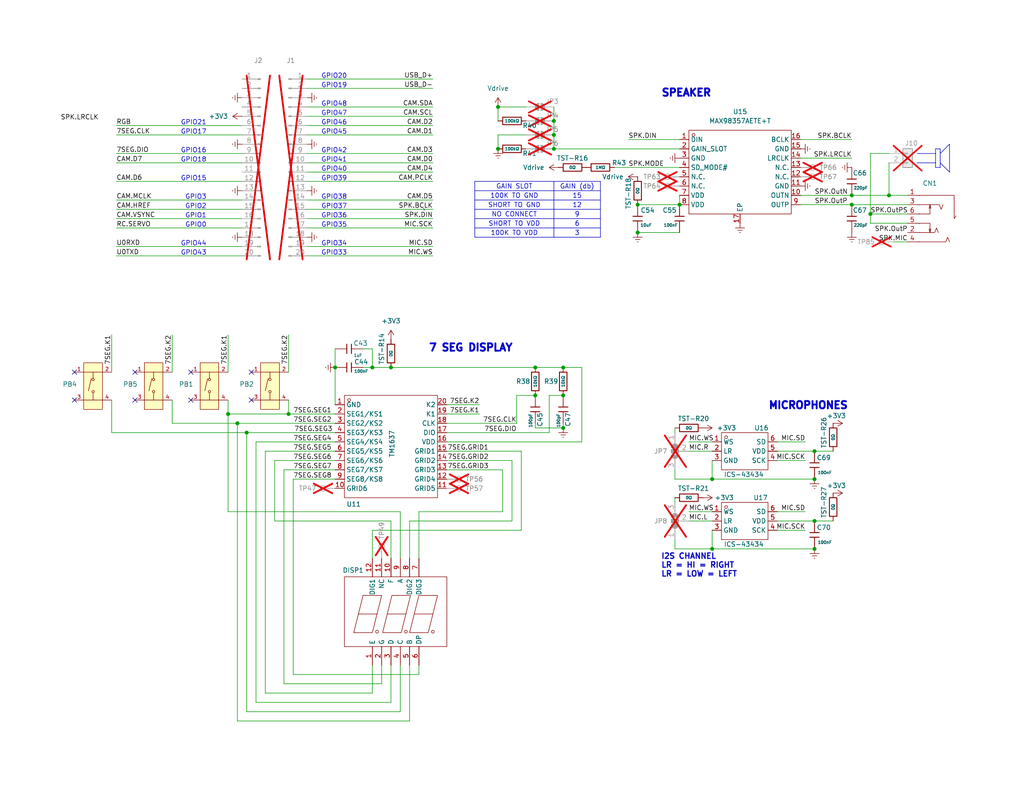
<source format=kicad_sch>
(kicad_sch (version 20250114) (generator "eeschema") (generator_version "9.0")
  (paper "A")
  (title_block (title "ESP32S3_Audio_Cam_POE") (date "2025-04-28") (rev "R0.1"))
  (text "GPIO15" (at 56.388 49.53 0) (effects (font (size 1.27 1.27)) (justify right bottom)))
  (text "GPIO37" (at 87.63 57.15 0) (effects (font (size 1.27 1.27)) (justify left bottom)))
  (text "GPIO0" (at 56.388 62.23 0) (effects (font (size 1.27 1.27)) (justify right bottom)))
  (text "expected risky area\n-- camera connector pinout, is pin1 really pin 1 not 24?\n-- I2S microphones and amplifier, should they be the same lines like code suggests\n-- I2C, does this need pull up, or can internal pullup suffice?\n-- POE ethernet, complete unknown. Fingers crossed. \n\nTODO\n-- make office console version, with multiple rooms which can be selected. \n-- Make light bar, to be attached to the J13, J12, J11 connectors\n-- Once intial validated, remove TST-R13 and similar power isolation 0R's\n-- Once camera pinout validated, remove TP86 to TP129 jumpers\n\n\nNOTES\nhttps://docs.espressif.com/projects/esp-idf/en/latest/esp32/api-reference/peripherals/sdmmc_host.html\nhttps://www.reddit.com/r/esp32/comments/d71es9/a_breakdown_of_my_experience_trying_to_talk_to_an/?rdt=50443\nhttps://dr-mntn.net/2021/02/using-the-sd-card-in-1-bit-mode-on-the-esp32-cam-from-ai-thinker\n\n-- Their may be an advantage of adding and external PSRAM chip. The ESP32-S3-R8 has 8MB internally. \n" (at 300.99 188.976 0) (effects (font (size 5.08 5.08) (thickness 1) (bold yes)) (justify left bottom)))
  (text "GPIO21" (at 56.388 34.29 0) (effects (font (size 1.27 1.27)) (justify right bottom)))
  (text "MICROPHONES" (at 209.55 112.014 0) (effects (font (size 2 2) (thickness 1) (bold yes)) (justify left bottom)))
  (text "GPIO46" (at 87.63 34.29 0) (effects (font (size 1.27 1.27)) (justify left bottom)))
  (text "GPIO36" (at 87.63 59.69 0) (effects (font (size 1.27 1.27)) (justify left bottom)))
  (text "GPIO34" (at 87.63 67.31 0) (effects (font (size 1.27 1.27)) (justify left bottom)))
  (text "I2S CHANNEL \nLR = HI = RIGHT\nLR = LOW = LEFT " (at 180.34 157.734 0) (effects (font (size 1.5 1.5) (bold yes)) (justify left bottom)))
  (text "GPIO1" (at 56.388 59.69 0) (effects (font (size 1.27 1.27)) (justify right bottom)))
  (text "GPIO20" (at 87.63 21.59 0) (effects (font (size 1.27 1.27)) (justify left bottom)))
  (text "GPIO3" (at 56.388 54.61 0) (effects (font (size 1.27 1.27)) (justify right bottom)))
  (text "GPIO18" (at 56.388 44.45 0) (effects (font (size 1.27 1.27)) (justify right bottom)))
  (text "GPIO48" (at 87.63 29.21 0) (effects (font (size 1.27 1.27)) (justify left bottom)))
  (text "GPIO41" (at 87.63 44.45 0) (effects (font (size 1.27 1.27)) (justify left bottom)))
  (text "GPIO33" (at 87.63 69.85 0) (effects (font (size 1.27 1.27)) (justify left bottom)))
  (text "GPIO19" (at 87.63 24.13 0) (effects (font (size 1.27 1.27)) (justify left bottom)))
  (text "GPIO44" (at 56.388 67.31 0) (effects (font (size 1.27 1.27)) (justify right bottom)))
  (text "REF\nETH-POE / CAM https://files.waveshare.com/wiki/ESP32-S3-ETH/ESP32-S3-ETH-Schematic.pdf\nJLCPCB / ESP32-S3 https://github.com/ItsNotDaan/KiCad_ESP32S3_M.2_Board\nPOE datasheet https://jlcpcb.com/api/file/downloadByFileSystemAccessId/8590906258335744000\nOV2640 con pinout / JLC parts https://github.com/maxlab-io/tokay-lite-pcb\n7 seg LED display https://github.com/cfrankb/pcb_tm1637-0.80_led_display_module\nTST-T#'S should be removed before final design. They are to test and isolate loads during 1st spin. " (at 11.684 239.268 0) (effects (font (size 2 2) (thickness 1) (bold yes)) (justify left bottom)))
  (text "SPEAKER" (at 180.34 26.67 0) (effects (font (size 2 2) (thickness 1) (bold yes)) (justify left bottom)))
  (text "GPIO47" (at 87.63 31.75 0) (effects (font (size 1.27 1.27)) (justify left bottom)))
  (text "GPIO35" (at 87.63 62.23 0) (effects (font (size 1.27 1.27)) (justify left bottom)))
  (text "GPIO43" (at 56.388 69.85 0) (effects (font (size 1.27 1.27)) (justify right bottom)))
  (text "GPIO42" (at 87.63 41.91 0) (effects (font (size 1.27 1.27)) (justify left bottom)))
  (text "GPIO40" (at 87.63 46.99 0) (effects (font (size 1.27 1.27)) (justify left bottom)))
  (text "7 SEG DISPLAY" (at 116.84 96.266 0) (effects (font (size 2 2) (thickness 1) (bold yes)) (justify left bottom)))
  (text "GPIO2" (at 56.388 57.15 0) (effects (font (size 1.27 1.27)) (justify right bottom)))
  (text "GPIO45" (at 87.63 36.83 0) (effects (font (size 1.27 1.27)) (justify left bottom)))
  (text "GPIO38" (at 87.63 54.61 0) (effects (font (size 1.27 1.27)) (justify left bottom)))
  (text "GPIO39" (at 87.63 49.53 0) (effects (font (size 1.27 1.27)) (justify left bottom)))
  (text "GPIO17" (at 56.388 36.83 0) (effects (font (size 1.27 1.27)) (justify right bottom)))
  (text "GPIO16" (at 56.388 41.91 0) (effects (font (size 1.27 1.27)) (justify right bottom)))
  (junction (at 151.13 40.64))
  (junction (at 222.25 142.24))
  (junction (at 153.67 100.33))
  (junction (at 222.25 149.86))
  (junction (at 78.74 113.03))
  (junction (at 194.31 149.86))
  (junction (at 232.41 53.34))
  (junction (at 173.99 55.88))
  (junction (at 185.42 55.88))
  (junction (at 153.67 107.95))
  (junction (at 222.25 130.81))
  (junction (at 135.89 40.64))
  (junction (at 146.05 107.95))
  (junction (at 101.6 100.33))
  (junction (at 67.31 118.11))
  (junction (at 151.13 33.02))
  (junction (at 146.05 100.33))
  (junction (at 64.77 115.57))
  (junction (at 153.67 116.84))
  (junction (at 91.44 100.33))
  (junction (at 135.89 29.21))
  (junction (at 194.31 130.81))
  (junction (at 222.25 123.19))
  (junction (at 106.68 100.33))
  (junction (at 237.49 58.42))
  (junction (at 173.99 63.5))
  (junction (at 62.23 113.03))
  (junction (at 151.13 36.83))
  (junction (at 232.41 55.88))
  (junction (at 242.57 53.34))
  (no_connect (at 52.07 101.6))
  (no_connect (at 20.32 109.22))
  (no_connect (at 36.83 109.22))
  (no_connect (at 36.83 101.6))
  (no_connect (at 20.32 101.6))
  (no_connect (at 68.58 101.6))
  (no_connect (at 52.07 109.22))
  (no_connect (at 68.58 109.22))
  (wire (pts (xy 91.44 100.33) (xy 91.44 110.49)))
  (wire (pts (xy 222.25 149.86) (xy 194.31 149.86)))
  (wire (pts (xy 46.99 115.57) (xy 46.99 109.22)))
  (wire (pts (xy 118.11 34.29) (xy 83.82 34.29)))
  (wire (pts (xy 80.01 130.81) (xy 80.01 184.15)))
  (wire (pts (xy 121.92 125.73) (xy 139.7 125.73)))
  (wire (pts (xy 31.75 59.69) (xy 66.04 59.69)))
  (wire (pts (xy 67.31 118.11) (xy 30.48 118.11)))
  (wire (pts (xy 31.75 34.29) (xy 66.04 34.29)))
  (wire (pts (xy 83.82 24.13) (xy 118.11 24.13)))
  (wire (pts (xy 151.13 29.21) (xy 151.13 33.02)))
  (wire (pts (xy 158.75 100.33) (xy 158.75 120.65)))
  (wire (pts (xy 31.75 49.53) (xy 66.04 49.53)))
  (wire (pts (xy 171.45 38.1) (xy 185.42 38.1)))
  (wire (pts (xy 137.16 139.7) (xy 114.3 139.7)))
  (polyline (pts (xy 255.27 41.91) (xy 255.27 44.45)))
  (wire (pts (xy 101.6 144.78) (xy 101.6 152.4)))
  (wire (pts (xy 247.65 58.42) (xy 237.49 58.42)))
  (wire (pts (xy 74.93 142.24) (xy 106.68 142.24)))
  (wire (pts (xy 62.23 113.03) (xy 78.74 113.03)))
  (wire (pts (xy 194.31 130.81) (xy 222.25 130.81)))
  (wire (pts (xy 232.41 38.1) (xy 218.44 38.1)))
  (wire (pts (xy 187.96 142.24) (xy 194.31 142.24)))
  (wire (pts (xy 184.15 149.86) (xy 194.31 149.86)))
  (wire (pts (xy 77.47 186.69) (xy 104.14 186.69)))
  (wire (pts (xy 62.23 109.22) (xy 62.23 113.03)))
  (wire (pts (xy 142.24 144.78) (xy 101.6 144.78)))
  (wire (pts (xy 121.92 113.03) (xy 130.81 113.03)))
  (wire (pts (xy 219.71 125.73) (xy 212.09 125.73)))
  (wire (pts (xy 135.89 29.21) (xy 135.89 33.02)))
  (wire (pts (xy 118.11 49.53) (xy 83.82 49.53)))
  (wire (pts (xy 72.39 189.23) (xy 101.6 189.23)))
  (wire (pts (xy 91.44 115.57) (xy 64.77 115.57)))
  (wire (pts (xy 118.11 29.21) (xy 83.82 29.21)))
  (wire (pts (xy 242.57 44.45) (xy 242.57 53.34)))
  (wire (pts (xy 101.6 100.33) (xy 106.68 100.33)))
  (polyline (pts (xy 255.27 45.72) (xy 256.54 45.72)))
  (wire (pts (xy 78.74 109.22) (xy 78.74 113.03)))
  (polyline (pts (xy 256.54 41.91) (xy 259.08 39.37)))
  (wire (pts (xy 140.97 115.57) (xy 140.97 107.95)))
  (wire (pts (xy 91.44 120.65) (xy 69.85 120.65)))
  (wire (pts (xy 64.77 115.57) (xy 64.77 196.85)))
  (wire (pts (xy 185.42 53.34) (xy 185.42 55.88)))
  (wire (pts (xy 121.92 115.57) (xy 140.97 115.57)))
  (wire (pts (xy 104.14 186.69) (xy 104.14 181.61)))
  (wire (pts (xy 184.15 128.27) (xy 184.15 130.81)))
  (wire (pts (xy 184.15 116.84) (xy 184.15 118.11)))
  (polyline (pts (xy 255.27 44.45) (xy 255.27 45.72)))
  (wire (pts (xy 62.23 139.7) (xy 109.22 139.7)))
  (wire (pts (xy 118.11 62.23) (xy 83.82 62.23)))
  (wire (pts (xy 137.16 128.27) (xy 137.16 139.7)))
  (wire (pts (xy 64.77 196.85) (xy 111.76 196.85)))
  (wire (pts (xy 173.99 55.88) (xy 185.42 55.88)))
  (wire (pts (xy 114.3 139.7) (xy 114.3 152.4)))
  (wire (pts (xy 31.75 44.45) (xy 66.04 44.45)))
  (wire (pts (xy 118.11 36.83) (xy 83.82 36.83)))
  (wire (pts (xy 111.76 142.24) (xy 111.76 152.4)))
  (wire (pts (xy 111.76 196.85) (xy 111.76 181.61)))
  (wire (pts (xy 219.71 139.7) (xy 212.09 139.7)))
  (wire (pts (xy 184.15 147.32) (xy 184.15 149.86)))
  (wire (pts (xy 91.44 125.73) (xy 74.93 125.73)))
  (wire (pts (xy 31.75 54.61) (xy 66.04 54.61)))
  (polyline (pts (xy 256.54 44.45) (xy 259.08 46.99)))
  (wire (pts (xy 101.6 100.33) (xy 99.06 100.33)))
  (wire (pts (xy 99.06 95.25) (xy 101.6 95.25)))
  (wire (pts (xy 91.44 95.25) (xy 91.44 100.33)))
  (wire (pts (xy 151.13 33.02) (xy 151.13 36.83)))
  (polyline (pts (xy 255.27 41.91) (xy 255.27 40.64)))
  (wire (pts (xy 121.92 118.11) (xy 149.86 118.11)))
  (wire (pts (xy 78.74 91.44) (xy 78.74 101.6)))
  (wire (pts (xy 118.11 54.61) (xy 83.82 54.61)))
  (wire (pts (xy 118.11 41.91) (xy 83.82 41.91)))
  (wire (pts (xy 237.49 60.96) (xy 237.49 58.42)))
  (wire (pts (xy 106.68 191.77) (xy 106.68 181.61)))
  (wire (pts (xy 78.74 113.03) (xy 91.44 113.03)))
  (wire (pts (xy 142.24 123.19) (xy 142.24 144.78)))
  (polyline (pts (xy 255.27 40.64) (xy 256.54 40.64)))
  (wire (pts (xy 187.96 120.65) (xy 194.31 120.65)))
  (wire (pts (xy 219.71 120.65) (xy 212.09 120.65)))
  (wire (pts (xy 77.47 128.27) (xy 77.47 186.69)))
  (wire (pts (xy 143.51 36.83) (xy 135.89 36.83)))
  (wire (pts (xy 222.25 123.19) (xy 227.33 123.19)))
  (wire (pts (xy 232.41 55.88) (xy 247.65 55.88)))
  (wire (pts (xy 80.01 184.15) (xy 114.3 184.15)))
  (wire (pts (xy 31.75 67.31) (xy 66.04 67.31)))
  (wire (pts (xy 247.65 60.96) (xy 237.49 60.96)))
  (wire (pts (xy 218.44 55.88) (xy 232.41 55.88)))
  (wire (pts (xy 143.51 29.21) (xy 135.89 29.21)))
  (wire (pts (xy 139.7 142.24) (xy 111.76 142.24)))
  (wire (pts (xy 139.7 125.73) (xy 139.7 142.24)))
  (wire (pts (xy 91.44 128.27) (xy 77.47 128.27)))
  (wire (pts (xy 91.44 123.19) (xy 72.39 123.19)))
  (wire (pts (xy 30.48 118.11) (xy 30.48 109.22)))
  (wire (pts (xy 118.11 69.85) (xy 83.82 69.85)))
  (wire (pts (xy 106.68 100.33) (xy 146.05 100.33)))
  (wire (pts (xy 218.44 53.34) (xy 232.41 53.34)))
  (wire (pts (xy 243.84 66.04) (xy 247.65 66.04)))
  (wire (pts (xy 74.93 125.73) (xy 74.93 142.24)))
  (wire (pts (xy 146.05 100.33) (xy 153.67 100.33)))
  (wire (pts (xy 184.15 135.89) (xy 184.15 137.16)))
  (wire (pts (xy 69.85 120.65) (xy 69.85 191.77)))
  (wire (pts (xy 151.13 40.64) (xy 185.42 40.64)))
  (wire (pts (xy 31.75 62.23) (xy 66.04 62.23)))
  (wire (pts (xy 237.49 58.42) (xy 237.49 41.91)))
  (wire (pts (xy 31.75 69.85) (xy 66.04 69.85)))
  (wire (pts (xy 118.11 46.99) (xy 83.82 46.99)))
  (wire (pts (xy 222.25 142.24) (xy 227.33 142.24)))
  (wire (pts (xy 153.67 115.57) (xy 153.67 116.84)))
  (wire (pts (xy 72.39 123.19) (xy 72.39 189.23)))
  (wire (pts (xy 219.71 144.78) (xy 212.09 144.78)))
  (polyline (pts (xy 256.54 40.64) (xy 256.54 45.72)))
  (wire (pts (xy 118.11 44.45) (xy 83.82 44.45)))
  (wire (pts (xy 232.41 43.18) (xy 218.44 43.18)))
  (polyline (pts (xy 259.08 39.37) (xy 259.08 46.99)))
  (wire (pts (xy 212.09 142.24) (xy 222.25 142.24)))
  (wire (pts (xy 83.82 21.59) (xy 118.11 21.59)))
  (wire (pts (xy 91.44 118.11) (xy 67.31 118.11)))
  (wire (pts (xy 31.75 57.15) (xy 66.04 57.15)))
  (wire (pts (xy 46.99 91.44) (xy 46.99 101.6)))
  (wire (pts (xy 151.13 36.83) (xy 151.13 40.64)))
  (wire (pts (xy 187.96 139.7) (xy 194.31 139.7)))
  (wire (pts (xy 153.67 100.33) (xy 158.75 100.33)))
  (wire (pts (xy 135.89 36.83) (xy 135.89 40.64)))
  (wire (pts (xy 69.85 191.77) (xy 106.68 191.77)))
  (wire (pts (xy 184.15 130.81) (xy 194.31 130.81)))
  (wire (pts (xy 31.75 36.83) (xy 66.04 36.83)))
  (wire (pts (xy 121.92 123.19) (xy 142.24 123.19)))
  (wire (pts (xy 149.86 118.11) (xy 149.86 107.95)))
  (wire (pts (xy 173.99 63.5) (xy 185.42 63.5)))
  (wire (pts (xy 109.22 139.7) (xy 109.22 152.4)))
  (wire (pts (xy 64.77 115.57) (xy 46.99 115.57)))
  (wire (pts (xy 31.75 41.91) (xy 66.04 41.91)))
  (wire (pts (xy 140.97 107.95) (xy 146.05 107.95)))
  (wire (pts (xy 212.09 123.19) (xy 222.25 123.19)))
  (wire (pts (xy 109.22 194.31) (xy 109.22 181.61)))
  (wire (pts (xy 158.75 120.65) (xy 121.92 120.65)))
  (wire (pts (xy 118.11 67.31) (xy 83.82 67.31)))
  (wire (pts (xy 118.11 31.75) (xy 83.82 31.75)))
  (wire (pts (xy 67.31 194.31) (xy 109.22 194.31)))
  (polyline (pts (xy 250.19 41.91) (xy 255.27 41.91)))
  (wire (pts (xy 237.49 41.91) (xy 242.57 41.91)))
  (polyline (pts (xy 250.19 44.45) (xy 255.27 44.45)))
  (wire (pts (xy 194.31 144.78) (xy 194.31 149.86)))
  (wire (pts (xy 153.67 116.84) (xy 146.05 116.84)))
  (wire (pts (xy 30.48 91.44) (xy 30.48 101.6)))
  (wire (pts (xy 114.3 184.15) (xy 114.3 181.61)))
  (wire (pts (xy 194.31 125.73) (xy 194.31 130.81)))
  (wire (pts (xy 149.86 107.95) (xy 153.67 107.95)))
  (wire (pts (xy 62.23 113.03) (xy 62.23 139.7)))
  (wire (pts (xy 118.11 57.15) (xy 83.82 57.15)))
  (wire (pts (xy 118.11 59.69) (xy 83.82 59.69)))
  (wire (pts (xy 101.6 95.25) (xy 101.6 100.33)))
  (wire (pts (xy 167.64 45.72) (xy 185.42 45.72)))
  (wire (pts (xy 121.92 110.49) (xy 130.81 110.49)))
  (wire (pts (xy 146.05 116.84) (xy 146.05 115.57)))
  (wire (pts (xy 106.68 142.24) (xy 106.68 152.4)))
  (wire (pts (xy 242.57 53.34) (xy 247.65 53.34)))
  (wire (pts (xy 67.31 118.11) (xy 67.31 194.31)))
  (wire (pts (xy 232.41 53.34) (xy 242.57 53.34)))
  (wire (pts (xy 101.6 189.23) (xy 101.6 181.61)))
  (wire (pts (xy 187.96 123.19) (xy 194.31 123.19)))
  (wire (pts (xy 62.23 91.44) (xy 62.23 101.6)))
  (polyline (pts (xy 115.824 57.404) (xy 115.57 56.896)))
  (wire (pts (xy 91.44 130.81) (xy 80.01 130.81)))
  (wire (pts (xy 121.92 128.27) (xy 137.16 128.27)))
  (table (column_count 2) (border (external yes) (header yes)) (separators (rows yes) (cols yes)) (column_widths 21.59 12.7) (row_heights 2.54 2.54 2.54 2.54 2.54 2.54) (cells (table_cell "GAIN SLOT" (at 129.54 49.53 0) (size 21.59 2.54) (margins 0.9525 0.9525 0.9525 0.9525) (span 1 1)) (table_cell "GAIN (db)" (at 151.13 49.53 0) (size 12.7 2.54) (margins 0.9525 0.9525 0.9525 0.9525) (span 1 1)) (table_cell "100K TO GND" (at 129.54 52.07 0) (size 21.59 2.54) (margins 0.9525 0.9525 0.9525 0.9525) (span 1 1)) (table_cell "15" (at 151.13 52.07 0) (size 12.7 2.54) (margins 0.9525 0.9525 0.9525 0.9525) (span 1 1)) (table_cell "SHORT TO GND" (at 129.54 54.61 0) (size 21.59 2.54) (margins 0.9525 0.9525 0.9525 0.9525) (span 1 1)) (table_cell "12" (at 151.13 54.61 0) (size 12.7 2.54) (margins 0.9525 0.9525 0.9525 0.9525) (span 1 1)) (table_cell "NO CONNECT" (at 129.54 57.15 0) (size 21.59 2.54) (margins 0.9525 0.9525 0.9525 0.9525) (span 1 1)) (table_cell "9" (at 151.13 57.15 0) (size 12.7 2.54) (margins 0.9525 0.9525 0.9525 0.9525) (span 1 1)) (table_cell "SHORT TO VDD" (at 129.54 59.69 0) (size 21.59 2.54) (margins 0.9525 0.9525 0.9525 0.9525) (span 1 1)) (table_cell "6" (at 151.13 59.69 0) (size 12.7 2.54) (margins 0.9525 0.9525 0.9525 0.9525) (span 1 1)) (table_cell "100K TO VDD" (at 129.54 62.23 0) (size 21.59 2.54) (margins 0.9525 0.9525 0.9525 0.9525) (span 1 1)) (table_cell "3" (at 151.13 62.23 0) (size 12.7 2.54) (margins 0.9525 0.9525 0.9525 0.9525) (span 1 1))))
  (label "7SEG.DIO" (at 140.97 118.11 180))
  (label "CAM.D3" (at 118.11 41.91 180))
  (label "MIC.SD" (at 219.71 139.7 180))
  (label "SPK.LRCLK" (at 16.51 33.02 0))
  (label "7SEG.CLK" (at 140.97 115.57 180))
  (label "7SEG.CLK" (at 31.75 36.83 0))
  (label "RGB" (at 31.75 34.29 0))
  (label "7SEG.K1" (at 130.81 113.03 180))
  (label "SPK.OutN" (at 222.25 53.34 0))
  (label "MIC.WS" (at 187.96 120.65 0))
  (label "RC.SERVO" (at 31.75 62.23 0))
  (label "7SEG.SEG4" (at 80.01 120.65 0))
  (label "7SEG.SEG8" (at 80.01 130.81 0))
  (label "7SEG.K1" (at 30.48 91.44 270))
  (label "7SEG.SEG3" (at 80.264 118.11 0))
  (label "7SEG.SEG6" (at 80.01 125.73 0))
  (label "MIC.L" (at 187.96 142.24 0))
  (label "CAM.VSYNC" (at 31.75 59.69 0))
  (label "CAM.D5" (at 118.11 54.61 180))
  (label "7SEG.SEG2" (at 80.01 115.57 0))
  (label "7SEG.DIO" (at 31.75 41.91 0))
  (label "U0RXD" (at 31.75 67.31 0))
  (label "CAM.D4" (at 118.11 46.99 180))
  (label "7SEG.K2" (at 46.99 91.44 270))
  (label "7SEG.GRID1" (at 133.35 123.19 180))
  (label "CAM.D1" (at 118.11 36.83 180))
  (label "CAM.HREF" (at 31.75 57.15 0))
  (label "7SEG.SEG1" (at 80.01 113.03 0))
  (label "MIC.SCK" (at 118.11 62.23 180))
  (label "CAM.D6" (at 31.75 49.53 0))
  (label "7SEG.GRID2" (at 133.35 125.73 180))
  (label "CAM.D0" (at 118.11 44.45 180))
  (label "U0TXD" (at 31.75 69.85 0))
  (label "7SEG.K2" (at 78.74 91.44 270))
  (label "SPK.BCLK" (at 232.41 38.1 180))
  (label "MIC.WS" (at 187.96 139.7 0))
  (label "SPK.DIN" (at 118.11 59.69 180))
  (label "7SEG.GRID3" (at 133.35 128.27 180))
  (label "SPK.MODE" (at 171.45 45.72 0))
  (label "USB_D-" (at 118.11 24.13 180))
  (label "SPK.MIC" (at 247.65 66.04 180))
  (label "USB_D+" (at 118.11 21.59 180))
  (label "MIC.WS" (at 118.11 69.85 180))
  (label "7SEG.SEG5" (at 80.01 123.19 0))
  (label "7SEG.SEG7" (at 80.01 128.27 0))
  (label "CAM.MCLK" (at 31.75 54.61 0))
  (label "MIC.SCK" (at 219.71 144.78 180))
  (label "MIC.SD" (at 219.71 120.65 180))
  (label "MIC.SD" (at 118.11 67.31 180))
  (label "SPK.OutP" (at 222.25 55.88 0))
  (label "MIC.SCK" (at 219.71 125.73 180))
  (label "SPK.LRCLK" (at 232.41 43.18 180))
  (label "CAM.PCLK" (at 118.11 49.53 180))
  (label "CAM.D7" (at 31.75 44.45 0))
  (label "7SEG.K2" (at 130.81 110.49 180))
  (label "SPK.OutPS" (at 237.49 58.42 0))
  (label "SPK.DIN" (at 171.45 38.1 0))
  (label "SPK.OutP" (at 247.65 63.5 180))
  (label "CAM.D2" (at 118.11 34.29 180))
  (label "SPK.BCLK" (at 118.11 57.15 180))
  (label "CAM.SDA" (at 118.11 29.21 180))
  (label "MIC.R" (at 187.96 123.19 0))
  (label "CAM.SCL" (at 118.11 31.75 180))
  (label "7SEG.K1" (at 62.23 91.44 270))
  (symbol (lib_id "PCM_JLCPCB-Resistors:0402,10kΩ") (at 146.05 104.14 180) (unit 1)
    (property "Reference" "R38" (at 142.748 104.14 0))
    (property "Value" "10kΩ" (at 146.05 104.14 90) (effects (font (size 0.8 0.8))))
    (property "Footprint" "PCM_JLCPCB:R_0402" (effects (hide yes)))
    (property "Datasheet" "https://www.lcsc.com/datasheet/lcsc_datasheet_2411221126_UNI-ROYAL-Uniroyal-Elec-0402WGF1002TCE_C25744.pdf" (effects (hide yes)))
    (property "Description" "62.5mW Thick Film Resistors 50V ±100ppm/°C ±1% 10kΩ 0402 Chip Resistor - Surface Mount ROHS" (effects (hide yes)))
    (property "LCSC" "C25744" (effects (hide yes)))
    (property "Stock" "7595958" (effects (hide yes)))
    (property "Price" "0.004USD" (effects (hide yes)))
    (property "Process" "SMT" (effects (hide yes)))
    (property "Minimum Qty" "5" (effects (hide yes)))
    (property "Attrition Qty" "0" (effects (hide yes)))
    (property "Class" "Basic Component" (effects (hide yes)))
    (property "Category" "Resistors,Chip Resistor - Surface Mount" (effects (hide yes)))
    (property "Manufacturer" "UNI-ROYAL(Uniroyal Elec)" (effects (hide yes)))
    (property "Part" "0402WGF1002TCE" (effects (hide yes)))
    (property "Resistance" "10kΩ" (effects (hide yes)))
    (property "Power(Watts)" "62.5mW" (effects (hide yes)))
    (property "Type" "Thick Film Resistors" (effects (hide yes)))
    (property "Overload Voltage (Max)" "50V" (effects (hide yes)))
    (property "Operating Temperature Range" "-55°C~+155°C" (effects (hide yes)))
    (property "Tolerance" "±1%" (effects (hide yes)))
    (property "Temperature Coefficient" "±100ppm/°C" (effects (hide yes)))
  )
  (symbol (lib_id "PCM_JLCPCB-Capacitors:0402,220pF") (at 232.41 49.53 0) (unit 1)
    (property "Reference" "C66" (at 232.664 47.244 0) (effects (justify left)))
    (property "Value" "220pF" (at 232.918 51.308 0) (effects (font (size 0.8 0.8)) (justify left)))
    (property "Footprint" "PCM_JLCPCB:C_0402" (effects (hide yes)))
    (property "Datasheet" "https://www.lcsc.com/datasheet/lcsc_datasheet_2304140030_FH--Guangdong-Fenghua-Advanced-Tech-0402B221K500NT_C1530.pdf" (effects (hide yes)))
    (property "Description" "50V 220pF X7R ±10% 0402 Multilayer Ceramic Capacitors MLCC - SMD/SMT ROHS" (effects (hide yes)))
    (property "LCSC" "C1530" (effects (hide yes)))
    (property "Stock" "497728" (effects (hide yes)))
    (property "Price" "0.004USD" (effects (hide yes)))
    (property "Process" "SMT" (effects (hide yes)))
    (property "Minimum Qty" "20" (effects (hide yes)))
    (property "Attrition Qty" "10" (effects (hide yes)))
    (property "Class" "Basic Component" (effects (hide yes)))
    (property "Category" "Capacitors,Multilayer Ceramic Capacitors MLCC - SMD/SMT" (effects (hide yes)))
    (property "Manufacturer" "FH(Guangdong Fenghua Advanced Tech)" (effects (hide yes)))
    (property "Part" "0402B221K500NT" (effects (hide yes)))
    (property "Voltage Rated" "50V" (effects (hide yes)))
    (property "Tolerance" "±10%" (effects (hide yes)))
    (property "Capacitance" "220pF" (effects (hide yes)))
    (property "Temperature Coefficient" "X7R" (effects (hide yes)))
  )
  (symbol (lib_id "power:VBUS") (at 135.89 29.21 0) (unit 1)
    (property "Reference" "#PWR082" (effects (hide yes)))
    (property "Value" "Vdrive" (at 135.89 24.13 0))
    (property "Description" "Power symbol creates a global label with name \"VBUS\"" (effects (hide yes)))
  )
  (symbol (lib_id "PCM_JLCPCB-Resistors:0603,0Ω") (at 173.99 52.07 180) (unit 1)
    (property "Reference" "TST-R18" (at 171.45 52.832 90))
    (property "Value" "0Ω" (at 173.99 52.07 90) (effects (font (size 0.8 0.8))))
    (property "Footprint" "PCM_JLCPCB:R_0603" (effects (hide yes)))
    (property "Datasheet" "https://www.lcsc.com/datasheet/lcsc_datasheet_2411221126_UNI-ROYAL-Uniroyal-Elec-0603WAF0000T5E_C21189.pdf" (effects (hide yes)))
    (property "Description" "100mW Thick Film Resistors 75V ±1% 0Ω 0603 Chip Resistor - Surface Mount ROHS" (effects (hide yes)))
    (property "LCSC" "C21189" (effects (hide yes)))
    (property "Stock" "10110432" (effects (hide yes)))
    (property "Price" "0.004USD" (effects (hide yes)))
    (property "Process" "SMT" (effects (hide yes)))
    (property "Minimum Qty" "20" (effects (hide yes)))
    (property "Attrition Qty" "10" (effects (hide yes)))
    (property "Class" "Basic Component" (effects (hide yes)))
    (property "Category" "Resistors,Chip Resistor - Surface Mount" (effects (hide yes)))
    (property "Manufacturer" "UNI-ROYAL(Uniroyal Elec)" (effects (hide yes)))
    (property "Part" "0603WAF0000T5E" (effects (hide yes)))
    (property "Resistance" "0Ω" (effects (hide yes)))
    (property "Power(Watts)" "100mW" (effects (hide yes)))
    (property "Type" "Thick Film Resistors" (effects (hide yes)))
    (property "Overload Voltage (Max)" "75V" (effects (hide yes)))
    (property "Operating Temperature Range" "-55°C~+155°C" (effects (hide yes)))
    (property "Tolerance" "±1%" (effects (hide yes)))
  )
  (symbol (lib_id "Connector:TestPoint") (at 121.92 130.81 270) (unit 1) (dnp yes)
    (property "Reference" "TP56" (at 127 130.81 90) (effects (justify left)))
    (property "Value" "TestPoint" (effects (hide yes)))
    (property "Footprint" "TestPoint:TestPoint_Pad_D1.0mm" (effects (hide yes)))
    (property "Description" "test point" (effects (hide yes)))
  )
  (symbol (lib_id "power:Earth") (at 135.89 40.64 0) (unit 1)
    (property "Reference" "#PWR083" (effects (hide yes)))
    (property "Value" "COM" (effects (hide yes)))
    (property "Description" "Power symbol creates a global label with name \"Earth\"" (effects (hide yes)))
  )
  (symbol (lib_id "PCM_JLCPCB-Connectors_Buttons:Tactile Button, 160gf") (at 41.91 104.14 0) (unit 1)
    (property "Reference" "PB5" (at 35.56 104.902 0))
    (property "Value" "Tactile Button, 160gf" (effects (hide yes)))
    (property "Footprint" "PCM_JLCPCB:SW-SMD_4P-L5.1-W5.1-P3.70-LS6.5-TL-2" (effects (hide yes)))
    (property "Datasheet" "https://www.lcsc.com/datasheet/lcsc_datasheet_2304140030_XKB-Connection-TS-1187A-B-A-B_C318884.pdf" (effects (hide yes)))
    (property "Description" "None Without 50mA 5.1mm 100000 Times 160gf 12V 5.1mm 1.5mm Round Button Standing paste SPST SMD Tactile Switches ROHS" (effects (hide yes)))
    (property "LCSC" "C318884" (effects (hide yes)))
    (property "Stock" "468132" (effects (hide yes)))
    (property "Price" "0.025USD" (effects (hide yes)))
    (property "Process" "SMT" (effects (hide yes)))
    (property "Minimum Qty" "10" (effects (hide yes)))
    (property "Attrition Qty" "5" (effects (hide yes)))
    (property "Class" "Basic Component" (effects (hide yes)))
    (property "Category" "Switches,Tactile Switches" (effects (hide yes)))
    (property "Manufacturer" "XKB Connectivity" (effects (hide yes)))
    (property "Part" "TS-1187A-B-A-B" (effects (hide yes)))
    (property "Switch Length" "5.1mm" (effects (hide yes)))
    (property "Voltage Rating (Dc)" "12V" (effects (hide yes)))
    (property "With Lamp" "No" (effects (hide yes)))
    (property "Operating Force" "160gf" (effects (hide yes)))
    (property "Actuator/Cap Color" "Golden" (effects (hide yes)))
    (property "Mechanical Life" "100000 Times" (effects (hide yes)))
    (property "Strike Gundam" "NO" (effects (hide yes)))
    (property "Circuit" "SPST" (effects (hide yes)))
    (property "Switch Height" "1.5mm" (effects (hide yes)))
    (property "Actuator Style" "Round Button" (effects (hide yes)))
    (property "Switch Width" "5.1mm" (effects (hide yes)))
    (property "Contact Current" "50mA" (effects (hide yes)))
    (property "Operating Temperature" "-30°C~+85°C" (effects (hide yes)))
    (property "Mounting Style" "Brick nogging" (effects (hide yes)))
  )
  (symbol (lib_id "PCM_JLCPCB-Capacitors:0603,100nF") (at 185.42 59.69 0) (mirror y) (unit 1)
    (property "Reference" "C55" (at 184.658 57.404 0) (effects (justify left)))
    (property "Value" "100nF" (at 184.912 61.468 0) (effects (font (size 0.8 0.8)) (justify left)))
    (property "Footprint" "PCM_JLCPCB:C_0603" (effects (hide yes)))
    (property "Datasheet" "https://www.lcsc.com/datasheet/lcsc_datasheet_2211101700_YAGEO-CC0603KRX7R9BB104_C14663.pdf" (effects (hide yes)))
    (property "Description" "50V 100nF X7R ±10% 0603 Multilayer Ceramic Capacitors MLCC - SMD/SMT ROHS" (effects (hide yes)))
    (property "LCSC" "C14663" (effects (hide yes)))
    (property "Stock" "58525348" (effects (hide yes)))
    (property "Price" "0.006USD" (effects (hide yes)))
    (property "Process" "SMT" (effects (hide yes)))
    (property "Minimum Qty" "20" (effects (hide yes)))
    (property "Attrition Qty" "6" (effects (hide yes)))
    (property "Class" "Basic Component" (effects (hide yes)))
    (property "Category" "Capacitors,Multilayer Ceramic Capacitors MLCC - SMD/SMT" (effects (hide yes)))
    (property "Manufacturer" "YAGEO" (effects (hide yes)))
    (property "Part" "CC0603KRX7R9BB104" (effects (hide yes)))
    (property "Voltage Rated" "50V" (effects (hide yes)))
    (property "Tolerance" "±10%" (effects (hide yes)))
    (property "Capacitance" "100nF" (effects (hide yes)))
    (property "Temperature Coefficient" "X7R" (effects (hide yes)))
  )
  (symbol (lib_id "PCM_JLCPCB-Resistors:0603,0Ω") (at 106.68 96.52 180) (unit 1)
    (property "Reference" "TST-R14" (at 104.14 95.25 90))
    (property "Value" "0Ω" (at 106.68 96.52 90) (effects (font (size 0.8 0.8))))
    (property "Footprint" "PCM_JLCPCB:R_0603" (effects (hide yes)))
    (property "Datasheet" "https://www.lcsc.com/datasheet/lcsc_datasheet_2411221126_UNI-ROYAL-Uniroyal-Elec-0603WAF0000T5E_C21189.pdf" (effects (hide yes)))
    (property "Description" "100mW Thick Film Resistors 75V ±1% 0Ω 0603 Chip Resistor - Surface Mount ROHS" (effects (hide yes)))
    (property "LCSC" "C21189" (effects (hide yes)))
    (property "Stock" "10110432" (effects (hide yes)))
    (property "Price" "0.004USD" (effects (hide yes)))
    (property "Process" "SMT" (effects (hide yes)))
    (property "Minimum Qty" "20" (effects (hide yes)))
    (property "Attrition Qty" "10" (effects (hide yes)))
    (property "Class" "Basic Component" (effects (hide yes)))
    (property "Category" "Resistors,Chip Resistor - Surface Mount" (effects (hide yes)))
    (property "Manufacturer" "UNI-ROYAL(Uniroyal Elec)" (effects (hide yes)))
    (property "Part" "0603WAF0000T5E" (effects (hide yes)))
    (property "Resistance" "0Ω" (effects (hide yes)))
    (property "Power(Watts)" "100mW" (effects (hide yes)))
    (property "Type" "Thick Film Resistors" (effects (hide yes)))
    (property "Overload Voltage (Max)" "75V" (effects (hide yes)))
    (property "Operating Temperature Range" "-55°C~+155°C" (effects (hide yes)))
    (property "Tolerance" "±1%" (effects (hide yes)))
  )
  (symbol (lib_id "PCM_JLCPCB-Resistors:0603,0Ω") (at 227.33 138.43 180) (unit 1)
    (property "Reference" "TST-R27" (at 224.79 137.16 90))
    (property "Value" "0Ω" (at 227.33 138.43 90) (effects (font (size 0.8 0.8))))
    (property "Footprint" "PCM_JLCPCB:R_0603" (effects (hide yes)))
    (property "Datasheet" "https://www.lcsc.com/datasheet/lcsc_datasheet_2411221126_UNI-ROYAL-Uniroyal-Elec-0603WAF0000T5E_C21189.pdf" (effects (hide yes)))
    (property "Description" "100mW Thick Film Resistors 75V ±1% 0Ω 0603 Chip Resistor - Surface Mount ROHS" (effects (hide yes)))
    (property "LCSC" "C21189" (effects (hide yes)))
    (property "Stock" "10110432" (effects (hide yes)))
    (property "Price" "0.004USD" (effects (hide yes)))
    (property "Process" "SMT" (effects (hide yes)))
    (property "Minimum Qty" "20" (effects (hide yes)))
    (property "Attrition Qty" "10" (effects (hide yes)))
    (property "Class" "Basic Component" (effects (hide yes)))
    (property "Category" "Resistors,Chip Resistor - Surface Mount" (effects (hide yes)))
    (property "Manufacturer" "UNI-ROYAL(Uniroyal Elec)" (effects (hide yes)))
    (property "Part" "0603WAF0000T5E" (effects (hide yes)))
    (property "Resistance" "0Ω" (effects (hide yes)))
    (property "Power(Watts)" "100mW" (effects (hide yes)))
    (property "Type" "Thick Film Resistors" (effects (hide yes)))
    (property "Overload Voltage (Max)" "75V" (effects (hide yes)))
    (property "Operating Temperature Range" "-55°C~+155°C" (effects (hide yes)))
    (property "Tolerance" "±1%" (effects (hide yes)))
  )
  (symbol (lib_id "power:Earth") (at 232.41 63.5 0) (unit 1)
    (property "Reference" "#PWR0123" (effects (hide yes)))
    (property "Value" "COM" (effects (hide yes)))
    (property "Description" "Power symbol creates a global label with name \"Earth\"" (effects (hide yes)))
  )
  (symbol (lib_id "Jumper:SolderJumper_2_Open") (at 147.32 40.64 0) (unit 1) (in_bom no) (dnp yes)
    (property "Reference" "JP6" (at 150.622 39.116 0))
    (property "Value" "SolderJumper_2_Open" (effects (hide yes)))
    (property "Footprint" "Jumper:SolderJumper-2_P1.3mm_Open_TrianglePad1.0x1.5mm" (effects (hide yes)))
    (property "Description" "Solder Jumper, 2-pole, open" (effects (hide yes)))
  )
  (symbol (lib_id "Connector:Conn_01x20_Pin") (at 78.74 44.45 0) (unit 1) (dnp yes)
    (property "Reference" "J1" (at 79.375 16.51 0))
    (property "Value" "Conn_01x20_Pin" (effects (hide yes)))
    (property "Footprint" "Connector_PinHeader_2.54mm:PinHeader_1x20_P2.54mm_Vertical" (effects (hide yes)))
    (property "Description" "Generic connector, single row, 01x20, script generated" (effects (hide yes)))
  )
  (symbol (lib_id "Jumper:SolderJumper_3_Bridged12") (at 184.15 142.24 90) (unit 1) (in_bom no) (dnp yes)
    (property "Reference" "JP8" (at 182.118 142.24 90) (effects (justify left)))
    (property "Value" "SolderJumper_3_Bridged12" (effects (hide yes)))
    (property "Footprint" "Jumper:SolderJumper-3_P1.3mm_Bridged12_Pad1.0x1.5mm" (effects (hide yes)))
    (property "Description" "3-pole Solder Jumper, pins 1+2 closed/bridged" (effects (hide yes)))
  )
  (symbol (lib_id "Connector:TestPoint") (at 185.42 50.8 90) (unit 1) (dnp yes)
    (property "Reference" "TP64" (at 180.34 50.8 90) (effects (justify left)))
    (property "Value" "TestPoint" (effects (hide yes)))
    (property "Footprint" "TestPoint:TestPoint_Pad_D1.0mm" (effects (hide yes)))
    (property "Description" "test point" (effects (hide yes)))
  )
  (symbol (lib_id "PCM_JLCPCB-Capacitors:0603,100nF") (at 95.25 100.33 270) (unit 1)
    (property "Reference" "C44" (at 98.552 98.806 90))
    (property "Value" "100nF" (at 98.552 101.346 90) (effects (font (size 0.8 0.8))))
    (property "Footprint" "PCM_JLCPCB:C_0603" (effects (hide yes)))
    (property "Datasheet" "https://www.lcsc.com/datasheet/lcsc_datasheet_2211101700_YAGEO-CC0603KRX7R9BB104_C14663.pdf" (effects (hide yes)))
    (property "Description" "50V 100nF X7R ±10% 0603 Multilayer Ceramic Capacitors MLCC - SMD/SMT ROHS" (effects (hide yes)))
    (property "LCSC" "C14663" (effects (hide yes)))
    (property "Stock" "58525348" (effects (hide yes)))
    (property "Price" "0.006USD" (effects (hide yes)))
    (property "Process" "SMT" (effects (hide yes)))
    (property "Minimum Qty" "20" (effects (hide yes)))
    (property "Attrition Qty" "6" (effects (hide yes)))
    (property "Class" "Basic Component" (effects (hide yes)))
    (property "Category" "Capacitors,Multilayer Ceramic Capacitors MLCC - SMD/SMT" (effects (hide yes)))
    (property "Manufacturer" "YAGEO" (effects (hide yes)))
    (property "Part" "CC0603KRX7R9BB104" (effects (hide yes)))
    (property "Voltage Rated" "50V" (effects (hide yes)))
    (property "Tolerance" "±10%" (effects (hide yes)))
    (property "Capacitance" "100nF" (effects (hide yes)))
    (property "Temperature Coefficient" "X7R" (effects (hide yes)))
  )
  (symbol (lib_id "power:Earth") (at 91.44 100.33 270) (unit 1)
    (property "Reference" "#PWR072" (effects (hide yes)))
    (property "Value" "COM" (effects (hide yes)))
    (property "Description" "Power symbol creates a global label with name \"Earth\"" (effects (hide yes)))
  )
  (symbol (lib_id "power:+3V3") (at 191.77 116.84 270) (unit 1)
    (property "Reference" "#PWR0115" (effects (hide yes)))
    (property "Value" "+3V3" (at 195.58 116.8399 90) (effects (justify left)))
    (property "Description" "Power symbol creates a global label with name \"+3V3\"" (effects (hide yes)))
  )
  (symbol (lib_id "Connector:TestPoint") (at 91.44 133.35 90) (unit 1) (dnp yes)
    (property "Reference" "TP47" (at 86.36 133.35 90) (effects (justify left)))
    (property "Value" "TestPoint" (effects (hide yes)))
    (property "Footprint" "TestPoint:TestPoint_Pad_D1.0mm" (effects (hide yes)))
    (property "Description" "test point" (effects (hide yes)))
  )
  (symbol (lib_id "Connector:TestPoint") (at 218.44 48.26 270) (unit 1) (dnp yes)
    (property "Reference" "TP67" (at 223.52 48.26 90) (effects (justify left)))
    (property "Value" "TestPoint" (effects (hide yes)))
    (property "Footprint" "TestPoint:TestPoint_Pad_D1.0mm" (effects (hide yes)))
    (property "Description" "test point" (effects (hide yes)))
  )
  (symbol (lib_id "PCM_JLCPCB-Resistors:0402,1MΩ") (at 163.83 45.72 90) (unit 1)
    (property "Reference" "R43" (at 168.91 44.45 90))
    (property "Value" "1MΩ" (at 163.83 45.72 90) (effects (font (size 0.8 0.8))))
    (property "Footprint" "PCM_JLCPCB:R_0402" (effects (hide yes)))
    (property "Datasheet" "https://www.lcsc.com/datasheet/lcsc_datasheet_2206010030_UNI-ROYAL-Uniroyal-Elec-0402WGF1004TCE_C26083.pdf" (effects (hide yes)))
    (property "Description" "62.5mW Thick Film Resistors 50V ±100ppm/°C ±1% 1MΩ 0402 Chip Resistor - Surface Mount ROHS" (effects (hide yes)))
    (property "LCSC" "C26083" (effects (hide yes)))
    (property "Stock" "1772172" (effects (hide yes)))
    (property "Price" "0.004USD" (effects (hide yes)))
    (property "Process" "SMT" (effects (hide yes)))
    (property "Minimum Qty" "20" (effects (hide yes)))
    (property "Attrition Qty" "10" (effects (hide yes)))
    (property "Class" "Basic Component" (effects (hide yes)))
    (property "Category" "Resistors,Chip Resistor - Surface Mount" (effects (hide yes)))
    (property "Manufacturer" "UNI-ROYAL(Uniroyal Elec)" (effects (hide yes)))
    (property "Part" "0402WGF1004TCE" (effects (hide yes)))
    (property "Resistance" "1MΩ" (effects (hide yes)))
    (property "Power(Watts)" "62.5mW" (effects (hide yes)))
    (property "Type" "Thick Film Resistors" (effects (hide yes)))
    (property "Overload Voltage (Max)" "50V" (effects (hide yes)))
    (property "Operating Temperature Range" "-55°C~+155°C" (effects (hide yes)))
    (property "Tolerance" "±1%" (effects (hide yes)))
    (property "Temperature Coefficient" "±100ppm/°C" (effects (hide yes)))
  )
  (symbol (lib_id "Connector:TestPoint") (at 121.92 133.35 270) (unit 1) (dnp yes)
    (property "Reference" "TP57" (at 127 133.35 90) (effects (justify left)))
    (property "Value" "TestPoint" (effects (hide yes)))
    (property "Footprint" "TestPoint:TestPoint_Pad_D1.0mm" (effects (hide yes)))
    (property "Description" "test point" (effects (hide yes)))
  )
  (symbol (lib_id "PCM_JLCPCB-Resistors:0805,100kΩ") (at 139.7 40.64 90) (unit 1)
    (property "Reference" "R41" (at 144.526 41.91 90))
    (property "Value" "100kΩ" (at 139.7 40.64 90) (effects (font (size 0.8 0.8))))
    (property "Footprint" "PCM_JLCPCB:R_0805" (effects (hide yes)))
    (property "Datasheet" "https://www.lcsc.com/datasheet/lcsc_datasheet_2205312316_UNI-ROYAL-Uniroyal-Elec-0805W8F1003T5E_C149504.pdf" (effects (hide yes)))
    (property "Description" "125mW Thick Film Resistors 150V ±100ppm/°C ±1% 100kΩ 0805 Chip Resistor - Surface Mount ROHS" (effects (hide yes)))
    (property "LCSC" "C149504" (effects (hide yes)))
    (property "Stock" "2162292" (effects (hide yes)))
    (property "Price" "0.005USD" (effects (hide yes)))
    (property "Process" "SMT" (effects (hide yes)))
    (property "Minimum Qty" "20" (effects (hide yes)))
    (property "Attrition Qty" "10" (effects (hide yes)))
    (property "Class" "Basic Component" (effects (hide yes)))
    (property "Category" "Resistors,Chip Resistor - Surface Mount" (effects (hide yes)))
    (property "Manufacturer" "UNI-ROYAL(Uniroyal Elec)" (effects (hide yes)))
    (property "Part" "0805W8F1003T5E" (effects (hide yes)))
    (property "Resistance" "100kΩ" (effects (hide yes)))
    (property "Power(Watts)" "125mW" (effects (hide yes)))
    (property "Type" "Thick Film Resistors" (effects (hide yes)))
    (property "Overload Voltage (Max)" "150V" (effects (hide yes)))
    (property "Operating Temperature Range" "-55°C~+155°C" (effects (hide yes)))
    (property "Tolerance" "±1%" (effects (hide yes)))
    (property "Temperature Coefficient" "±100ppm/°C" (effects (hide yes)))
  )
  (symbol (lib_id "PCM_JLCPCB-Connectors_Buttons:Tactile Button, 160gf") (at 57.15 104.14 0) (unit 1)
    (property "Reference" "PB1" (at 50.8 104.902 0))
    (property "Value" "Tactile Button, 160gf" (effects (hide yes)))
    (property "Footprint" "PCM_JLCPCB:SW-SMD_4P-L5.1-W5.1-P3.70-LS6.5-TL-2" (effects (hide yes)))
    (property "Datasheet" "https://www.lcsc.com/datasheet/lcsc_datasheet_2304140030_XKB-Connection-TS-1187A-B-A-B_C318884.pdf" (effects (hide yes)))
    (property "Description" "None Without 50mA 5.1mm 100000 Times 160gf 12V 5.1mm 1.5mm Round Button Standing paste SPST SMD Tactile Switches ROHS" (effects (hide yes)))
    (property "LCSC" "C318884" (effects (hide yes)))
    (property "Stock" "468132" (effects (hide yes)))
    (property "Price" "0.025USD" (effects (hide yes)))
    (property "Process" "SMT" (effects (hide yes)))
    (property "Minimum Qty" "10" (effects (hide yes)))
    (property "Attrition Qty" "5" (effects (hide yes)))
    (property "Class" "Basic Component" (effects (hide yes)))
    (property "Category" "Switches,Tactile Switches" (effects (hide yes)))
    (property "Manufacturer" "XKB Connectivity" (effects (hide yes)))
    (property "Part" "TS-1187A-B-A-B" (effects (hide yes)))
    (property "Switch Length" "5.1mm" (effects (hide yes)))
    (property "Voltage Rating (Dc)" "12V" (effects (hide yes)))
    (property "With Lamp" "No" (effects (hide yes)))
    (property "Operating Force" "160gf" (effects (hide yes)))
    (property "Actuator/Cap Color" "Golden" (effects (hide yes)))
    (property "Mechanical Life" "100000 Times" (effects (hide yes)))
    (property "Strike Gundam" "NO" (effects (hide yes)))
    (property "Circuit" "SPST" (effects (hide yes)))
    (property "Switch Height" "1.5mm" (effects (hide yes)))
    (property "Actuator Style" "Round Button" (effects (hide yes)))
    (property "Switch Width" "5.1mm" (effects (hide yes)))
    (property "Contact Current" "50mA" (effects (hide yes)))
    (property "Operating Temperature" "-30°C~+85°C" (effects (hide yes)))
    (property "Mounting Style" "Brick nogging" (effects (hide yes)))
  )
  (symbol (lib_id "Connector:TestPoint") (at 218.44 45.72 270) (unit 1) (dnp yes)
    (property "Reference" "TP66" (at 223.52 45.72 90) (effects (justify left)))
    (property "Value" "TestPoint" (effects (hide yes)))
    (property "Footprint" "TestPoint:TestPoint_Pad_D1.0mm" (effects (hide yes)))
    (property "Description" "test point" (effects (hide yes)))
  )
  (symbol (lib_id "JLCPCB-ICs:ICS-43434_C5656610") (at 203.2 123.19 0) (unit 1)
    (property "Reference" "U16" (at 207.772 116.84 0))
    (property "Value" "ICS-43434" (at 202.946 129.54 0))
    (property "Footprint" "JLCPCB:ICS-43434_C5656610" (effects (hide yes)))
    (property "Datasheet" "https://atta.szlcsc.com/upload/public/pdf/source/231023/DS-000069-ICS-43434-v1.2-8194c7772d771e21a553109502704f97.pdf" (effects (hide yes)))
    (property "Description" "Direction:Omni-directional Supply Voltage:1.65V~3.63V Supply Voltage:1.65V~3.63V Current Consumption:550uA Current Consumption:550uA SNR(Signal to Noise Ratio):64dB Sensitivity:- Sensitivity:-" (effects (hide yes)))
    (property "LCSC" "C5656610" (effects (hide yes)))
  )
  (symbol (lib_id "PCM_JLCPCB-Connectors_Buttons:Tactile Button, 160gf") (at 73.66 104.14 0) (unit 1)
    (property "Reference" "PB2" (at 67.31 104.902 0))
    (property "Value" "Tactile Button, 160gf" (effects (hide yes)))
    (property "Footprint" "PCM_JLCPCB:SW-SMD_4P-L5.1-W5.1-P3.70-LS6.5-TL-2" (effects (hide yes)))
    (property "Datasheet" "https://www.lcsc.com/datasheet/lcsc_datasheet_2304140030_XKB-Connection-TS-1187A-B-A-B_C318884.pdf" (effects (hide yes)))
    (property "Description" "None Without 50mA 5.1mm 100000 Times 160gf 12V 5.1mm 1.5mm Round Button Standing paste SPST SMD Tactile Switches ROHS" (effects (hide yes)))
    (property "LCSC" "C318884" (effects (hide yes)))
    (property "Stock" "468132" (effects (hide yes)))
    (property "Price" "0.025USD" (effects (hide yes)))
    (property "Process" "SMT" (effects (hide yes)))
    (property "Minimum Qty" "10" (effects (hide yes)))
    (property "Attrition Qty" "5" (effects (hide yes)))
    (property "Class" "Basic Component" (effects (hide yes)))
    (property "Category" "Switches,Tactile Switches" (effects (hide yes)))
    (property "Manufacturer" "XKB Connectivity" (effects (hide yes)))
    (property "Part" "TS-1187A-B-A-B" (effects (hide yes)))
    (property "Switch Length" "5.1mm" (effects (hide yes)))
    (property "Voltage Rating (Dc)" "12V" (effects (hide yes)))
    (property "With Lamp" "No" (effects (hide yes)))
    (property "Operating Force" "160gf" (effects (hide yes)))
    (property "Actuator/Cap Color" "Golden" (effects (hide yes)))
    (property "Mechanical Life" "100000 Times" (effects (hide yes)))
    (property "Strike Gundam" "NO" (effects (hide yes)))
    (property "Circuit" "SPST" (effects (hide yes)))
    (property "Switch Height" "1.5mm" (effects (hide yes)))
    (property "Actuator Style" "Round Button" (effects (hide yes)))
    (property "Switch Width" "5.1mm" (effects (hide yes)))
    (property "Contact Current" "50mA" (effects (hide yes)))
    (property "Operating Temperature" "-30°C~+85°C" (effects (hide yes)))
    (property "Mounting Style" "Brick nogging" (effects (hide yes)))
  )
  (symbol (lib_id "power:Earth") (at 66.04 64.77 270) (unit 1)
    (property "Reference" "#PWR010" (effects (hide yes)))
    (property "Value" "COM" (effects (hide yes)))
    (property "Description" "Power symbol creates a global label with name \"Earth\"" (effects (hide yes)))
  )
  (symbol (lib_id "PCM_JLCPCB-Resistors:0603,0Ω") (at 187.96 116.84 90) (unit 1)
    (property "Reference" "TST-R20" (at 189.23 114.3 90))
    (property "Value" "0Ω" (at 187.96 116.84 90) (effects (font (size 0.8 0.8))))
    (property "Footprint" "PCM_JLCPCB:R_0603" (effects (hide yes)))
    (property "Datasheet" "https://www.lcsc.com/datasheet/lcsc_datasheet_2411221126_UNI-ROYAL-Uniroyal-Elec-0603WAF0000T5E_C21189.pdf" (effects (hide yes)))
    (property "Description" "100mW Thick Film Resistors 75V ±1% 0Ω 0603 Chip Resistor - Surface Mount ROHS" (effects (hide yes)))
    (property "LCSC" "C21189" (effects (hide yes)))
    (property "Stock" "10110432" (effects (hide yes)))
    (property "Price" "0.004USD" (effects (hide yes)))
    (property "Process" "SMT" (effects (hide yes)))
    (property "Minimum Qty" "20" (effects (hide yes)))
    (property "Attrition Qty" "10" (effects (hide yes)))
    (property "Class" "Basic Component" (effects (hide yes)))
    (property "Category" "Resistors,Chip Resistor - Surface Mount" (effects (hide yes)))
    (property "Manufacturer" "UNI-ROYAL(Uniroyal Elec)" (effects (hide yes)))
    (property "Part" "0603WAF0000T5E" (effects (hide yes)))
    (property "Resistance" "0Ω" (effects (hide yes)))
    (property "Power(Watts)" "100mW" (effects (hide yes)))
    (property "Type" "Thick Film Resistors" (effects (hide yes)))
    (property "Overload Voltage (Max)" "75V" (effects (hide yes)))
    (property "Operating Temperature Range" "-55°C~+155°C" (effects (hide yes)))
    (property "Tolerance" "±1%" (effects (hide yes)))
  )
  (symbol (lib_id "power:Earth") (at 222.25 149.86 0) (unit 1)
    (property "Reference" "#PWR0129" (effects (hide yes)))
    (property "Value" "COM" (effects (hide yes)))
    (property "Description" "Power symbol creates a global label with name \"Earth\"" (effects (hide yes)))
  )
  (symbol (lib_id "power:Earth") (at 218.44 40.64 90) (unit 1)
    (property "Reference" "#PWR0113" (effects (hide yes)))
    (property "Value" "COM" (effects (hide yes)))
    (property "Description" "Power symbol creates a global label with name \"Earth\"" (effects (hide yes)))
  )
  (symbol (lib_id "power:+3V3") (at 191.77 135.89 270) (unit 1)
    (property "Reference" "#PWR0116" (effects (hide yes)))
    (property "Value" "+3V3" (at 197.612 135.89 90))
    (property "Description" "Power symbol creates a global label with name \"+3V3\"" (effects (hide yes)))
  )
  (symbol (lib_id "PCM_JLCPCB-Capacitors:0603,100nF") (at 222.25 146.05 180) (unit 1)
    (property "Reference" "C70" (at 224.79 144.018 0))
    (property "Value" "100nF" (at 225.044 148.082 0) (effects (font (size 0.8 0.8))))
    (property "Footprint" "PCM_JLCPCB:C_0603" (effects (hide yes)))
    (property "Datasheet" "https://www.lcsc.com/datasheet/lcsc_datasheet_2211101700_YAGEO-CC0603KRX7R9BB104_C14663.pdf" (effects (hide yes)))
    (property "Description" "50V 100nF X7R ±10% 0603 Multilayer Ceramic Capacitors MLCC - SMD/SMT ROHS" (effects (hide yes)))
    (property "LCSC" "C14663" (effects (hide yes)))
    (property "Stock" "58525348" (effects (hide yes)))
    (property "Price" "0.006USD" (effects (hide yes)))
    (property "Process" "SMT" (effects (hide yes)))
    (property "Minimum Qty" "20" (effects (hide yes)))
    (property "Attrition Qty" "6" (effects (hide yes)))
    (property "Class" "Basic Component" (effects (hide yes)))
    (property "Category" "Capacitors,Multilayer Ceramic Capacitors MLCC - SMD/SMT" (effects (hide yes)))
    (property "Manufacturer" "YAGEO" (effects (hide yes)))
    (property "Part" "CC0603KRX7R9BB104" (effects (hide yes)))
    (property "Voltage Rated" "50V" (effects (hide yes)))
    (property "Tolerance" "±10%" (effects (hide yes)))
    (property "Capacitance" "100nF" (effects (hide yes)))
    (property "Temperature Coefficient" "X7R" (effects (hide yes)))
  )
  (symbol (lib_id "power:Earth") (at 173.99 63.5 0) (unit 1)
    (property "Reference" "#PWR093" (effects (hide yes)))
    (property "Value" "COM" (effects (hide yes)))
    (property "Description" "Power symbol creates a global label with name \"Earth\"" (effects (hide yes)))
  )
  (symbol (lib_id "power:+3V3") (at 66.04 31.75 90) (unit 1)
    (property "Reference" "#PWR01" (effects (hide yes)))
    (property "Value" "+3V3" (at 62.23 31.7499 90) (effects (justify left)))
    (property "Description" "Power symbol creates a global label with name \"+3V3\"" (effects (hide yes)))
  )
  (symbol (lib_id "PCM_JLCPCB-Resistors:0805,100kΩ") (at 139.7 33.02 90) (unit 1)
    (property "Reference" "R40" (at 144.526 34.29 90))
    (property "Value" "100kΩ" (at 139.7 33.02 90) (effects (font (size 0.8 0.8))))
    (property "Footprint" "PCM_JLCPCB:R_0805" (effects (hide yes)))
    (property "Datasheet" "https://www.lcsc.com/datasheet/lcsc_datasheet_2205312316_UNI-ROYAL-Uniroyal-Elec-0805W8F1003T5E_C149504.pdf" (effects (hide yes)))
    (property "Description" "125mW Thick Film Resistors 150V ±100ppm/°C ±1% 100kΩ 0805 Chip Resistor - Surface Mount ROHS" (effects (hide yes)))
    (property "LCSC" "C149504" (effects (hide yes)))
    (property "Stock" "2162292" (effects (hide yes)))
    (property "Price" "0.005USD" (effects (hide yes)))
    (property "Process" "SMT" (effects (hide yes)))
    (property "Minimum Qty" "20" (effects (hide yes)))
    (property "Attrition Qty" "10" (effects (hide yes)))
    (property "Class" "Basic Component" (effects (hide yes)))
    (property "Category" "Resistors,Chip Resistor - Surface Mount" (effects (hide yes)))
    (property "Manufacturer" "UNI-ROYAL(Uniroyal Elec)" (effects (hide yes)))
    (property "Part" "0805W8F1003T5E" (effects (hide yes)))
    (property "Resistance" "100kΩ" (effects (hide yes)))
    (property "Power(Watts)" "125mW" (effects (hide yes)))
    (property "Type" "Thick Film Resistors" (effects (hide yes)))
    (property "Overload Voltage (Max)" "150V" (effects (hide yes)))
    (property "Operating Temperature Range" "-55°C~+155°C" (effects (hide yes)))
    (property "Tolerance" "±1%" (effects (hide yes)))
    (property "Temperature Coefficient" "±100ppm/°C" (effects (hide yes)))
  )
  (symbol (lib_id "power:VBUS") (at 173.99 48.26 90) (unit 1)
    (property "Reference" "#PWR092" (effects (hide yes)))
    (property "Value" "Vdrive" (at 170.18 48.2599 90) (effects (justify left)))
    (property "Description" "Power symbol creates a global label with name \"VBUS\"" (effects (hide yes)))
  )
  (symbol (lib_id "power:Earth") (at 185.42 43.18 270) (unit 1)
    (property "Reference" "#PWR0100" (effects (hide yes)))
    (property "Value" "COM" (effects (hide yes)))
    (property "Description" "Power symbol creates a global label with name \"Earth\"" (effects (hide yes)))
  )
  (symbol (lib_id "JLCPCB-Extended:3ch 7-seg LED RED C2913084") (at 109.22 167.64 0) (unit 1)
    (property "Reference" "DISP1" (at 93.472 155.702 0) (effects (justify left)))
    (property "Value" "SLS0563DRA1GD" (effects (hide yes)))
    (property "Footprint" "JLCPCB:3x7-seg_LED-RED_C2913084" (effects (hide yes)))
    (property "Datasheet" "https://atta.szlcsc.com/upload/public/pdf/source/20180809/C226009_EE59EAA71ECDEEB6ECFBCF0A3750AC97.pdf" (effects (hide yes)))
    (property "LCSC" "C2913084" (effects (hide yes)))
  )
  (symbol (lib_id "power:Earth") (at 218.44 50.8 90) (unit 1)
    (property "Reference" "#PWR0114" (effects (hide yes)))
    (property "Value" "COM" (effects (hide yes)))
    (property "Description" "Power symbol creates a global label with name \"Earth\"" (effects (hide yes)))
  )
  (symbol (lib_id "power:+3V3") (at 227.33 115.57 270) (unit 1)
    (property "Reference" "#PWR0132" (effects (hide yes)))
    (property "Value" "+3V3" (at 225.552 113.538 90) (effects (justify left)))
    (property "Description" "Power symbol creates a global label with name \"+3V3\"" (effects (hide yes)))
  )
  (symbol (lib_id "Connector_Generic:Conn_01x02") (at 247.65 41.91 0) (unit 1) (dnp yes)
    (property "Reference" "J10" (at 246.888 39.116 0) (effects (justify left)))
    (property "Value" "Conn_01x02" (effects (hide yes)))
    (property "Footprint" "Connector_PinHeader_1.00mm:PinHeader_1x02_P1.00mm_Vertical" (effects (hide yes)))
    (property "Description" "Generic connector, single row, 01x02, script generated (kicad-library-utils/schlib/autogen/connector/)" (effects (hide yes)))
  )
  (symbol (lib_id "power:+3V3") (at 106.68 92.71 0) (unit 1)
    (property "Reference" "#PWR076" (effects (hide yes)))
    (property "Value" "+3V3" (at 106.68 87.63 0))
    (property "Description" "Power symbol creates a global label with name \"+3V3\"" (effects (hide yes)))
  )
  (symbol (lib_id "Jumper:SolderJumper_2_Open") (at 147.32 29.21 0) (unit 1) (in_bom no) (dnp yes)
    (property "Reference" "JP3" (at 150.622 27.686 0))
    (property "Value" "SolderJumper_2_Open" (effects (hide yes)))
    (property "Footprint" "Jumper:SolderJumper-2_P1.3mm_Open_TrianglePad1.0x1.5mm" (effects (hide yes)))
    (property "Description" "Solder Jumper, 2-pole, open" (effects (hide yes)))
  )
  (symbol (lib_id "PCM_JLCPCB-Capacitors:0805,10uF,(2)") (at 173.99 59.69 0) (unit 1)
    (property "Reference" "C54" (at 174.752 57.404 0) (effects (justify left)))
    (property "Value" "10uF" (at 174.752 61.468 0) (effects (font (size 0.8 0.8)) (justify left)))
    (property "Footprint" "PCM_JLCPCB:C_0805" (effects (hide yes)))
    (property "Datasheet" "https://www.lcsc.com/datasheet/lcsc_datasheet_2411041759_Murata-Electronics-GRM21BR61H106KE43L_C440198.pdf" (effects (hide yes)))
    (property "Description" "50V 10uF X5R ±10% 0805 Multilayer Ceramic Capacitors MLCC - SMD/SMT ROHS" (effects (hide yes)))
    (property "LCSC" "C440198" (effects (hide yes)))
    (property "Stock" "1200750" (effects (hide yes)))
    (property "Price" "0.069USD" (effects (hide yes)))
    (property "Process" "SMT" (effects (hide yes)))
    (property "Minimum Qty" "5" (effects (hide yes)))
    (property "Attrition Qty" "4" (effects (hide yes)))
    (property "Class" "Basic Component" (effects (hide yes)))
    (property "Category" "Capacitors,Multilayer Ceramic Capacitors MLCC - SMD/SMT" (effects (hide yes)))
    (property "Manufacturer" "Murata Electronics" (effects (hide yes)))
    (property "Part" "GRM21BR61H106KE43L" (effects (hide yes)))
    (property "Voltage Rated" "50V" (effects (hide yes)))
    (property "Tolerance" "±10%" (effects (hide yes)))
    (property "Capacitance" "10uF" (effects (hide yes)))
    (property "Temperature Coefficient" "X5R" (effects (hide yes)))
  )
  (symbol (lib_id "power:Earth") (at 153.67 116.84 0) (unit 1)
    (property "Reference" "#PWR081" (effects (hide yes)))
    (property "Value" "COM" (effects (hide yes)))
    (property "Description" "Power symbol creates a global label with name \"Earth\"" (effects (hide yes)))
  )
  (symbol (lib_id "power:Earth") (at 222.25 130.81 0) (unit 1)
    (property "Reference" "#PWR0128" (effects (hide yes)))
    (property "Value" "COM" (effects (hide yes)))
    (property "Description" "Power symbol creates a global label with name \"Earth\"" (effects (hide yes)))
  )
  (symbol (lib_id "Jumper:SolderJumper_2_Open") (at 147.32 36.83 0) (unit 1) (in_bom no) (dnp yes)
    (property "Reference" "JP5" (at 150.622 35.306 0))
    (property "Value" "SolderJumper_2_Open" (effects (hide yes)))
    (property "Footprint" "Jumper:SolderJumper-2_P1.3mm_Open_TrianglePad1.0x1.5mm" (effects (hide yes)))
    (property "Description" "Solder Jumper, 2-pole, open" (effects (hide yes)))
  )
  (symbol (lib_id "JLCPCB-ICs:ICS-43434_C5656610") (at 203.2 142.24 0) (unit 1)
    (property "Reference" "U17" (at 207.518 135.89 0))
    (property "Value" "ICS-43434" (at 202.946 148.59 0))
    (property "Footprint" "JLCPCB:ICS-43434_C5656610" (effects (hide yes)))
    (property "Datasheet" "https://atta.szlcsc.com/upload/public/pdf/source/231023/DS-000069-ICS-43434-v1.2-8194c7772d771e21a553109502704f97.pdf" (effects (hide yes)))
    (property "Description" "Direction:Omni-directional Supply Voltage:1.65V~3.63V Supply Voltage:1.65V~3.63V Current Consumption:550uA Current Consumption:550uA SNR(Signal to Noise Ratio):64dB Sensitivity:- Sensitivity:-" (effects (hide yes)))
    (property "LCSC" "C5656610" (effects (hide yes)))
  )
  (symbol (lib_id "PCM_JLCPCB-Resistors:0402,10kΩ") (at 153.67 104.14 180) (unit 1)
    (property "Reference" "R39" (at 150.368 104.14 0))
    (property "Value" "10kΩ" (at 153.67 104.14 90) (effects (font (size 0.8 0.8))))
    (property "Footprint" "PCM_JLCPCB:R_0402" (effects (hide yes)))
    (property "Datasheet" "https://www.lcsc.com/datasheet/lcsc_datasheet_2411221126_UNI-ROYAL-Uniroyal-Elec-0402WGF1002TCE_C25744.pdf" (effects (hide yes)))
    (property "Description" "62.5mW Thick Film Resistors 50V ±100ppm/°C ±1% 10kΩ 0402 Chip Resistor - Surface Mount ROHS" (effects (hide yes)))
    (property "LCSC" "C25744" (effects (hide yes)))
    (property "Stock" "7595958" (effects (hide yes)))
    (property "Price" "0.004USD" (effects (hide yes)))
    (property "Process" "SMT" (effects (hide yes)))
    (property "Minimum Qty" "5" (effects (hide yes)))
    (property "Attrition Qty" "0" (effects (hide yes)))
    (property "Class" "Basic Component" (effects (hide yes)))
    (property "Category" "Resistors,Chip Resistor - Surface Mount" (effects (hide yes)))
    (property "Manufacturer" "UNI-ROYAL(Uniroyal Elec)" (effects (hide yes)))
    (property "Part" "0402WGF1002TCE" (effects (hide yes)))
    (property "Resistance" "10kΩ" (effects (hide yes)))
    (property "Power(Watts)" "62.5mW" (effects (hide yes)))
    (property "Type" "Thick Film Resistors" (effects (hide yes)))
    (property "Overload Voltage (Max)" "50V" (effects (hide yes)))
    (property "Operating Temperature Range" "-55°C~+155°C" (effects (hide yes)))
    (property "Tolerance" "±1%" (effects (hide yes)))
    (property "Temperature Coefficient" "±100ppm/°C" (effects (hide yes)))
  )
  (symbol (lib_id "power:Earth") (at 66.04 39.37 270) (unit 1)
    (property "Reference" "#PWR08" (effects (hide yes)))
    (property "Value" "COM" (effects (hide yes)))
    (property "Description" "Power symbol creates a global label with name \"Earth\"" (effects (hide yes)))
  )
  (symbol (lib_id "power:+3V3") (at 227.33 134.62 270) (unit 1)
    (property "Reference" "#PWR0133" (effects (hide yes)))
    (property "Value" "+3V3" (at 225.552 132.588 90) (effects (justify left)))
    (property "Description" "Power symbol creates a global label with name \"+3V3\"" (effects (hide yes)))
  )
  (symbol (lib_id "PCM_JLCPCB-Resistors:0603,0Ω") (at 187.96 135.89 90) (unit 1)
    (property "Reference" "TST-R21" (at 189.23 133.35 90))
    (property "Value" "0Ω" (at 187.96 135.89 90) (effects (font (size 0.8 0.8))))
    (property "Footprint" "PCM_JLCPCB:R_0603" (effects (hide yes)))
    (property "Datasheet" "https://www.lcsc.com/datasheet/lcsc_datasheet_2411221126_UNI-ROYAL-Uniroyal-Elec-0603WAF0000T5E_C21189.pdf" (effects (hide yes)))
    (property "Description" "100mW Thick Film Resistors 75V ±1% 0Ω 0603 Chip Resistor - Surface Mount ROHS" (effects (hide yes)))
    (property "LCSC" "C21189" (effects (hide yes)))
    (property "Stock" "10110432" (effects (hide yes)))
    (property "Price" "0.004USD" (effects (hide yes)))
    (property "Process" "SMT" (effects (hide yes)))
    (property "Minimum Qty" "20" (effects (hide yes)))
    (property "Attrition Qty" "10" (effects (hide yes)))
    (property "Class" "Basic Component" (effects (hide yes)))
    (property "Category" "Resistors,Chip Resistor - Surface Mount" (effects (hide yes)))
    (property "Manufacturer" "UNI-ROYAL(Uniroyal Elec)" (effects (hide yes)))
    (property "Part" "0603WAF0000T5E" (effects (hide yes)))
    (property "Resistance" "0Ω" (effects (hide yes)))
    (property "Power(Watts)" "100mW" (effects (hide yes)))
    (property "Type" "Thick Film Resistors" (effects (hide yes)))
    (property "Overload Voltage (Max)" "75V" (effects (hide yes)))
    (property "Operating Temperature Range" "-55°C~+155°C" (effects (hide yes)))
    (property "Tolerance" "±1%" (effects (hide yes)))
  )
  (symbol (lib_id "JLCPCB-ICs:MAX98357AETE+T C910544") (at 201.93 46.99 0) (unit 1)
    (property "Reference" "U15" (at 201.93 30.48 0))
    (property "Value" "MAX98357AETE+T" (at 201.93 33.02 0))
    (property "Footprint" "JLCPCB:MAX98357AETE+T_C910544" (effects (hide yes)))
    (property "Datasheet" "https://atta.szlcsc.com/upload/public/pdf/source/20210106/C910544_CB6DE4B2CEE254A72E6BDB40E718D281.pdf" (effects (hide yes)))
    (property "Description" "Type of Power Amplifier: Speaker Channels:Monaural Output Power: Supply Voltage:2.5V~5.5V Supply Voltage:2.5V~5.5V Operating Temperature:-40°C~+85°C Operating Temperature:-40°C~+85°C" (effects (hide yes)))
    (property "Manufacturer Part" "MAX98357AETE+T" (effects (hide yes)))
    (property "Supplier Part" "C910544" (effects (hide yes)))
  )
  (symbol (lib_id "PCM_JLCPCB-Capacitors:0402,100pF") (at 146.05 111.76 180) (unit 1)
    (property "Reference" "C45" (at 147.32 114.554 90))
    (property "Value" "100pF" (at 144.78 114.808 90) (effects (font (size 0.8 0.8))))
    (property "Footprint" "PCM_JLCPCB:C_0402" (effects (hide yes)))
    (property "Datasheet" "https://www.lcsc.com/datasheet/lcsc_datasheet_2304140030_FH--Guangdong-Fenghua-Advanced-Tech-0402CG101J500NT_C1546.pdf" (effects (hide yes)))
    (property "Description" "50V 100pF C0G ±5% 0402 Multilayer Ceramic Capacitors MLCC - SMD/SMT ROHS" (effects (hide yes)))
    (property "LCSC" "C1546" (effects (hide yes)))
    (property "Stock" "2075676" (effects (hide yes)))
    (property "Price" "0.004USD" (effects (hide yes)))
    (property "Process" "SMT" (effects (hide yes)))
    (property "Minimum Qty" "20" (effects (hide yes)))
    (property "Attrition Qty" "10" (effects (hide yes)))
    (property "Class" "Basic Component" (effects (hide yes)))
    (property "Category" "Capacitors,Multilayer Ceramic Capacitors MLCC - SMD/SMT" (effects (hide yes)))
    (property "Manufacturer" "FH(Guangdong Fenghua Advanced Tech)" (effects (hide yes)))
    (property "Part" "0402CG101J500NT" (effects (hide yes)))
    (property "Voltage Rated" "50V" (effects (hide yes)))
    (property "Tolerance" "±5%" (effects (hide yes)))
    (property "Capacitance" "100pF" (effects (hide yes)))
    (property "Temperature Coefficient" "C0G" (effects (hide yes)))
  )
  (symbol (lib_id "power:VBUS") (at 152.4 45.72 90) (unit 1)
    (property "Reference" "#PWR087" (effects (hide yes)))
    (property "Value" "Vdrive" (at 148.59 45.7199 90) (effects (justify left)))
    (property "Description" "Power symbol creates a global label with name \"VBUS\"" (effects (hide yes)))
  )
  (symbol (lib_id "Connector:TestPoint") (at 104.14 152.4 0) (unit 1) (dnp yes)
    (property "Reference" "TP49" (at 104.14 147.32 90) (effects (justify left)))
    (property "Value" "TestPoint" (effects (hide yes)))
    (property "Footprint" "TestPoint:TestPoint_Pad_D1.0mm" (effects (hide yes)))
    (property "Description" "test point" (effects (hide yes)))
  )
  (symbol (lib_id "PCM_JLCPCB-Connectors_Buttons:Tactile Button, 160gf") (at 25.4 104.14 0) (unit 1)
    (property "Reference" "PB4" (at 19.05 104.902 0))
    (property "Value" "Tactile Button, 160gf" (effects (hide yes)))
    (property "Footprint" "PCM_JLCPCB:SW-SMD_4P-L5.1-W5.1-P3.70-LS6.5-TL-2" (effects (hide yes)))
    (property "Datasheet" "https://www.lcsc.com/datasheet/lcsc_datasheet_2304140030_XKB-Connection-TS-1187A-B-A-B_C318884.pdf" (effects (hide yes)))
    (property "Description" "None Without 50mA 5.1mm 100000 Times 160gf 12V 5.1mm 1.5mm Round Button Standing paste SPST SMD Tactile Switches ROHS" (effects (hide yes)))
    (property "LCSC" "C318884" (effects (hide yes)))
    (property "Stock" "468132" (effects (hide yes)))
    (property "Price" "0.025USD" (effects (hide yes)))
    (property "Process" "SMT" (effects (hide yes)))
    (property "Minimum Qty" "10" (effects (hide yes)))
    (property "Attrition Qty" "5" (effects (hide yes)))
    (property "Class" "Basic Component" (effects (hide yes)))
    (property "Category" "Switches,Tactile Switches" (effects (hide yes)))
    (property "Manufacturer" "XKB Connectivity" (effects (hide yes)))
    (property "Part" "TS-1187A-B-A-B" (effects (hide yes)))
    (property "Switch Length" "5.1mm" (effects (hide yes)))
    (property "Voltage Rating (Dc)" "12V" (effects (hide yes)))
    (property "With Lamp" "No" (effects (hide yes)))
    (property "Operating Force" "160gf" (effects (hide yes)))
    (property "Actuator/Cap Color" "Golden" (effects (hide yes)))
    (property "Mechanical Life" "100000 Times" (effects (hide yes)))
    (property "Strike Gundam" "NO" (effects (hide yes)))
    (property "Circuit" "SPST" (effects (hide yes)))
    (property "Switch Height" "1.5mm" (effects (hide yes)))
    (property "Actuator Style" "Round Button" (effects (hide yes)))
    (property "Switch Width" "5.1mm" (effects (hide yes)))
    (property "Contact Current" "50mA" (effects (hide yes)))
    (property "Operating Temperature" "-30°C~+85°C" (effects (hide yes)))
    (property "Mounting Style" "Brick nogging" (effects (hide yes)))
  )
  (symbol (lib_id "PCM_JLCPCB-Capacitors:0603,1uF") (at 95.25 95.25 90) (unit 1)
    (property "Reference" "C43" (at 100.33 93.726 90) (effects (justify left)))
    (property "Value" "1uF" (at 98.806 97.028 90) (effects (font (size 0.8 0.8)) (justify left)))
    (property "Footprint" "PCM_JLCPCB:C_0603" (effects (hide yes)))
    (property "Datasheet" "https://www.lcsc.com/datasheet/lcsc_datasheet_2304140030_Samsung-Electro-Mechanics-CL10A105KB8NNNC_C15849.pdf" (effects (hide yes)))
    (property "Description" "50V 1uF X5R ±10% 0603 Multilayer Ceramic Capacitors MLCC - SMD/SMT ROHS" (effects (hide yes)))
    (property "LCSC" "C15849" (effects (hide yes)))
    (property "Stock" "14134243" (effects (hide yes)))
    (property "Price" "0.008USD" (effects (hide yes)))
    (property "Process" "SMT" (effects (hide yes)))
    (property "Minimum Qty" "20" (effects (hide yes)))
    (property "Attrition Qty" "10" (effects (hide yes)))
    (property "Class" "Basic Component" (effects (hide yes)))
    (property "Category" "Capacitors,Multilayer Ceramic Capacitors MLCC - SMD/SMT" (effects (hide yes)))
    (property "Manufacturer" "Samsung Electro-Mechanics" (effects (hide yes)))
    (property "Part" "CL10A105KB8NNNC" (effects (hide yes)))
    (property "Voltage Rated" "50V" (effects (hide yes)))
    (property "Tolerance" "±10%" (effects (hide yes)))
    (property "Capacitance" "1uF" (effects (hide yes)))
    (property "Temperature Coefficient" "X5R" (effects (hide yes)))
  )
  (symbol (lib_id "Connector:TestPoint") (at 243.84 66.04 90) (unit 1) (dnp yes)
    (property "Reference" "TP85" (at 238.76 66.04 90) (effects (justify left)))
    (property "Value" "TestPoint" (effects (hide yes)))
    (property "Footprint" "TestPoint:TestPoint_Pad_D1.0mm" (effects (hide yes)))
    (property "Description" "test point" (effects (hide yes)))
  )
  (symbol (lib_id "Connector:Conn_01x20_Pin") (at 71.12 44.45 0) (mirror y) (unit 1) (dnp yes)
    (property "Reference" "J2" (at 70.485 16.51 0))
    (property "Value" "Conn_01x20_Pin" (effects (hide yes)))
    (property "Footprint" "Connector_PinHeader_2.54mm:PinHeader_1x20_P2.54mm_Vertical" (effects (hide yes)))
    (property "Description" "Generic connector, single row, 01x20, script generated" (effects (hide yes)))
  )
  (symbol (lib_id "PCM_JLCPCB-Capacitors:0402,100pF") (at 153.67 111.76 180) (unit 1)
    (property "Reference" "C47" (at 154.94 114.554 90))
    (property "Value" "100pF" (at 152.4 114.808 90) (effects (font (size 0.8 0.8))))
    (property "Footprint" "PCM_JLCPCB:C_0402" (effects (hide yes)))
    (property "Datasheet" "https://www.lcsc.com/datasheet/lcsc_datasheet_2304140030_FH--Guangdong-Fenghua-Advanced-Tech-0402CG101J500NT_C1546.pdf" (effects (hide yes)))
    (property "Description" "50V 100pF C0G ±5% 0402 Multilayer Ceramic Capacitors MLCC - SMD/SMT ROHS" (effects (hide yes)))
    (property "LCSC" "C1546" (effects (hide yes)))
    (property "Stock" "2075676" (effects (hide yes)))
    (property "Price" "0.004USD" (effects (hide yes)))
    (property "Process" "SMT" (effects (hide yes)))
    (property "Minimum Qty" "20" (effects (hide yes)))
    (property "Attrition Qty" "10" (effects (hide yes)))
    (property "Class" "Basic Component" (effects (hide yes)))
    (property "Category" "Capacitors,Multilayer Ceramic Capacitors MLCC - SMD/SMT" (effects (hide yes)))
    (property "Manufacturer" "FH(Guangdong Fenghua Advanced Tech)" (effects (hide yes)))
    (property "Part" "0402CG101J500NT" (effects (hide yes)))
    (property "Voltage Rated" "50V" (effects (hide yes)))
    (property "Tolerance" "±5%" (effects (hide yes)))
    (property "Capacitance" "100pF" (effects (hide yes)))
    (property "Temperature Coefficient" "C0G" (effects (hide yes)))
  )
  (symbol (lib_id "power:Earth") (at 83.82 64.77 90) (unit 1)
    (property "Reference" "#PWR06" (effects (hide yes)))
    (property "Value" "COM" (effects (hide yes)))
    (property "Description" "Power symbol creates a global label with name \"Earth\"" (effects (hide yes)))
  )
  (symbol (lib_id "power:Earth") (at 66.04 52.07 270) (unit 1)
    (property "Reference" "#PWR09" (effects (hide yes)))
    (property "Value" "COM" (effects (hide yes)))
    (property "Description" "Power symbol creates a global label with name \"Earth\"" (effects (hide yes)))
  )
  (symbol (lib_id "Connector:TestPoint") (at 185.42 48.26 90) (unit 1) (dnp yes)
    (property "Reference" "TP63" (at 180.34 48.26 90) (effects (justify left)))
    (property "Value" "TestPoint" (effects (hide yes)))
    (property "Footprint" "TestPoint:TestPoint_Pad_D1.0mm" (effects (hide yes)))
    (property "Description" "test point" (effects (hide yes)))
  )
  (symbol (lib_id "PCM_JLCPCB-Resistors:0603,0Ω") (at 156.21 45.72 90) (unit 1)
    (property "Reference" "TST-R16" (at 156.21 43.18 90))
    (property "Value" "0Ω" (at 156.21 45.72 90) (effects (font (size 0.8 0.8))))
    (property "Footprint" "PCM_JLCPCB:R_0603" (effects (hide yes)))
    (property "Datasheet" "https://www.lcsc.com/datasheet/lcsc_datasheet_2411221126_UNI-ROYAL-Uniroyal-Elec-0603WAF0000T5E_C21189.pdf" (effects (hide yes)))
    (property "Description" "100mW Thick Film Resistors 75V ±1% 0Ω 0603 Chip Resistor - Surface Mount ROHS" (effects (hide yes)))
    (property "LCSC" "C21189" (effects (hide yes)))
    (property "Stock" "10110432" (effects (hide yes)))
    (property "Price" "0.004USD" (effects (hide yes)))
    (property "Process" "SMT" (effects (hide yes)))
    (property "Minimum Qty" "20" (effects (hide yes)))
    (property "Attrition Qty" "10" (effects (hide yes)))
    (property "Class" "Basic Component" (effects (hide yes)))
    (property "Category" "Resistors,Chip Resistor - Surface Mount" (effects (hide yes)))
    (property "Manufacturer" "UNI-ROYAL(Uniroyal Elec)" (effects (hide yes)))
    (property "Part" "0603WAF0000T5E" (effects (hide yes)))
    (property "Resistance" "0Ω" (effects (hide yes)))
    (property "Power(Watts)" "100mW" (effects (hide yes)))
    (property "Type" "Thick Film Resistors" (effects (hide yes)))
    (property "Overload Voltage (Max)" "75V" (effects (hide yes)))
    (property "Operating Temperature Range" "-55°C~+155°C" (effects (hide yes)))
    (property "Tolerance" "±1%" (effects (hide yes)))
  )
  (symbol (lib_id "Jumper:SolderJumper_3_Bridged12") (at 184.15 123.19 90) (mirror x) (unit 1) (in_bom no) (dnp yes)
    (property "Reference" "JP7" (at 182.118 123.19 90) (effects (justify left)))
    (property "Value" "SolderJumper_3_Bridged12" (effects (hide yes)))
    (property "Footprint" "Jumper:SolderJumper-3_P1.3mm_Bridged12_Pad1.0x1.5mm" (effects (hide yes)))
    (property "Description" "3-pole Solder Jumper, pins 1+2 closed/bridged" (effects (hide yes)))
  )
  (symbol (lib_id "PCM_JLCPCB-Capacitors:0603,100nF") (at 222.25 127 180) (unit 1)
    (property "Reference" "C69" (at 224.79 124.968 0))
    (property "Value" "100nF" (at 225.044 129.032 0) (effects (font (size 0.8 0.8))))
    (property "Footprint" "PCM_JLCPCB:C_0603" (effects (hide yes)))
    (property "Datasheet" "https://www.lcsc.com/datasheet/lcsc_datasheet_2211101700_YAGEO-CC0603KRX7R9BB104_C14663.pdf" (effects (hide yes)))
    (property "Description" "50V 100nF X7R ±10% 0603 Multilayer Ceramic Capacitors MLCC - SMD/SMT ROHS" (effects (hide yes)))
    (property "LCSC" "C14663" (effects (hide yes)))
    (property "Stock" "58525348" (effects (hide yes)))
    (property "Price" "0.006USD" (effects (hide yes)))
    (property "Process" "SMT" (effects (hide yes)))
    (property "Minimum Qty" "20" (effects (hide yes)))
    (property "Attrition Qty" "6" (effects (hide yes)))
    (property "Class" "Basic Component" (effects (hide yes)))
    (property "Category" "Capacitors,Multilayer Ceramic Capacitors MLCC - SMD/SMT" (effects (hide yes)))
    (property "Manufacturer" "YAGEO" (effects (hide yes)))
    (property "Part" "CC0603KRX7R9BB104" (effects (hide yes)))
    (property "Voltage Rated" "50V" (effects (hide yes)))
    (property "Tolerance" "±10%" (effects (hide yes)))
    (property "Capacitance" "100nF" (effects (hide yes)))
    (property "Temperature Coefficient" "X7R" (effects (hide yes)))
  )
  (symbol (lib_id "PCM_JLCPCB-Resistors:0603,0Ω") (at 227.33 119.38 180) (unit 1)
    (property "Reference" "TST-R26" (at 224.79 118.11 90))
    (property "Value" "0Ω" (at 227.33 119.38 90) (effects (font (size 0.8 0.8))))
    (property "Footprint" "PCM_JLCPCB:R_0603" (effects (hide yes)))
    (property "Datasheet" "https://www.lcsc.com/datasheet/lcsc_datasheet_2411221126_UNI-ROYAL-Uniroyal-Elec-0603WAF0000T5E_C21189.pdf" (effects (hide yes)))
    (property "Description" "100mW Thick Film Resistors 75V ±1% 0Ω 0603 Chip Resistor - Surface Mount ROHS" (effects (hide yes)))
    (property "LCSC" "C21189" (effects (hide yes)))
    (property "Stock" "10110432" (effects (hide yes)))
    (property "Price" "0.004USD" (effects (hide yes)))
    (property "Process" "SMT" (effects (hide yes)))
    (property "Minimum Qty" "20" (effects (hide yes)))
    (property "Attrition Qty" "10" (effects (hide yes)))
    (property "Class" "Basic Component" (effects (hide yes)))
    (property "Category" "Resistors,Chip Resistor - Surface Mount" (effects (hide yes)))
    (property "Manufacturer" "UNI-ROYAL(Uniroyal Elec)" (effects (hide yes)))
    (property "Part" "0603WAF0000T5E" (effects (hide yes)))
    (property "Resistance" "0Ω" (effects (hide yes)))
    (property "Power(Watts)" "100mW" (effects (hide yes)))
    (property "Type" "Thick Film Resistors" (effects (hide yes)))
    (property "Overload Voltage (Max)" "75V" (effects (hide yes)))
    (property "Operating Temperature Range" "-55°C~+155°C" (effects (hide yes)))
    (property "Tolerance" "±1%" (effects (hide yes)))
  )
  (symbol (lib_id "PCM_JLCPCB-Capacitors:0402,220pF") (at 232.41 59.69 0) (unit 1)
    (property "Reference" "C67" (at 232.664 57.404 0) (effects (justify left)))
    (property "Value" "220pF" (at 232.918 61.468 0) (effects (font (size 0.8 0.8)) (justify left)))
    (property "Footprint" "PCM_JLCPCB:C_0402" (effects (hide yes)))
    (property "Datasheet" "https://www.lcsc.com/datasheet/lcsc_datasheet_2304140030_FH--Guangdong-Fenghua-Advanced-Tech-0402B221K500NT_C1530.pdf" (effects (hide yes)))
    (property "Description" "50V 220pF X7R ±10% 0402 Multilayer Ceramic Capacitors MLCC - SMD/SMT ROHS" (effects (hide yes)))
    (property "LCSC" "C1530" (effects (hide yes)))
    (property "Stock" "497728" (effects (hide yes)))
    (property "Price" "0.004USD" (effects (hide yes)))
    (property "Process" "SMT" (effects (hide yes)))
    (property "Minimum Qty" "20" (effects (hide yes)))
    (property "Attrition Qty" "10" (effects (hide yes)))
    (property "Class" "Basic Component" (effects (hide yes)))
    (property "Category" "Capacitors,Multilayer Ceramic Capacitors MLCC - SMD/SMT" (effects (hide yes)))
    (property "Manufacturer" "FH(Guangdong Fenghua Advanced Tech)" (effects (hide yes)))
    (property "Part" "0402B221K500NT" (effects (hide yes)))
    (property "Voltage Rated" "50V" (effects (hide yes)))
    (property "Tolerance" "±10%" (effects (hide yes)))
    (property "Capacitance" "220pF" (effects (hide yes)))
    (property "Temperature Coefficient" "X7R" (effects (hide yes)))
  )
  (symbol (lib_id "power:Earth") (at 83.82 39.37 90) (unit 1)
    (property "Reference" "#PWR04" (effects (hide yes)))
    (property "Value" "COM" (effects (hide yes)))
    (property "Description" "Power symbol creates a global label with name \"Earth\"" (effects (hide yes)))
  )
  (symbol (lib_id "power:Earth") (at 232.41 45.72 270) (unit 1)
    (property "Reference" "#PWR0122" (effects (hide yes)))
    (property "Value" "COM" (effects (hide yes)))
    (property "Description" "Power symbol creates a global label with name \"Earth\"" (effects (hide yes)))
  )
  (symbol (lib_id "Jumper:SolderJumper_2_Open") (at 147.32 33.02 0) (unit 1) (in_bom no) (dnp yes)
    (property "Reference" "JP4" (at 150.622 31.496 0))
    (property "Value" "SolderJumper_2_Open" (effects (hide yes)))
    (property "Footprint" "Jumper:SolderJumper-2_P1.3mm_Open_TrianglePad1.0x1.5mm" (effects (hide yes)))
    (property "Description" "Solder Jumper, 2-pole, open" (effects (hide yes)))
  )
  (symbol (lib_id "power:Earth") (at 83.82 26.67 90) (unit 1)
    (property "Reference" "#PWR03" (effects (hide yes)))
    (property "Value" "COM" (effects (hide yes)))
    (property "Description" "Power symbol creates a global label with name \"Earth\"" (effects (hide yes)))
  )
  (symbol (lib_id "JLCPCB-Extended:PJ-316C-6A_SMD_3.5mm_Audio_Connectors_(Headphones)_C707223") (at 250.19 60.96 0) (mirror y) (unit 1)
    (property "Reference" "CN1" (at 251.714 50.038 0) (effects (justify right)))
    (property "Value" "PJ-316C-6A" (effects (hide yes)))
    (property "Footprint" "JLCPCB:SMD_3.5mm_Audio_Connectors_(Headphones)_C707223" (effects (hide yes)))
    (property "Datasheet" "https://atta.szlcsc.com/upload/public/pdf/source/20200721/C707223_0F704CD3AF5CB0D9A9D180C1AE1E7534.pdf" (effects (hide yes)))
    (property "Description" "Connector Type:3.5mm耳机座 Current Rating (Max):500mA Voltage Rating (Max):30V Operating Temperature Range:-20°C~+70°C Operating Temperature Range:-20°C~+70°C" (effects (hide yes)))
    (property "Manufacturer Part" "PJ-316C-6A" (effects (hide yes)))
    (property "LCSC" "C707223" (effects (hide yes)))
  )
  (symbol (lib_id "power:Earth") (at 66.04 26.67 270) (unit 1)
    (property "Reference" "#PWR07" (effects (hide yes)))
    (property "Value" "COM" (effects (hide yes)))
    (property "Description" "Power symbol creates a global label with name \"Earth\"" (effects (hide yes)))
  )
  (symbol (lib_id "power:Earth") (at 201.93 60.96 0) (unit 1)
    (property "Reference" "#PWR0109" (effects (hide yes)))
    (property "Value" "COM" (effects (hide yes)))
    (property "Description" "Power symbol creates a global label with name \"Earth\"" (effects (hide yes)))
  )
  (symbol (lib_id "power:Earth") (at 83.82 52.07 90) (unit 1)
    (property "Reference" "#PWR05" (effects (hide yes)))
    (property "Value" "COM" (effects (hide yes)))
    (property "Description" "Power symbol creates a global label with name \"Earth\"" (effects (hide yes)))
  )
  (symbol (lib_id "JLCPCB-ICs:Digital Tube Drivers C2962580") (at 106.68 121.92 0) (unit 1)
    (property "Reference" "U11" (at 96.52 137.668 0))
    (property "Value" "TM1637" (at 106.934 121.158 90))
    (property "Footprint" "JLCPCB:digital tube drivers_c2962580" (effects (hide yes)))
    (property "Datasheet" "https://atta.szlcsc.com/upload/public/pdf/source/20140301/1457707001239.pdf" (effects (hide yes)))
    (property "LCSC" "C2962580" (effects (hide yes)))
  )
)
</source>
